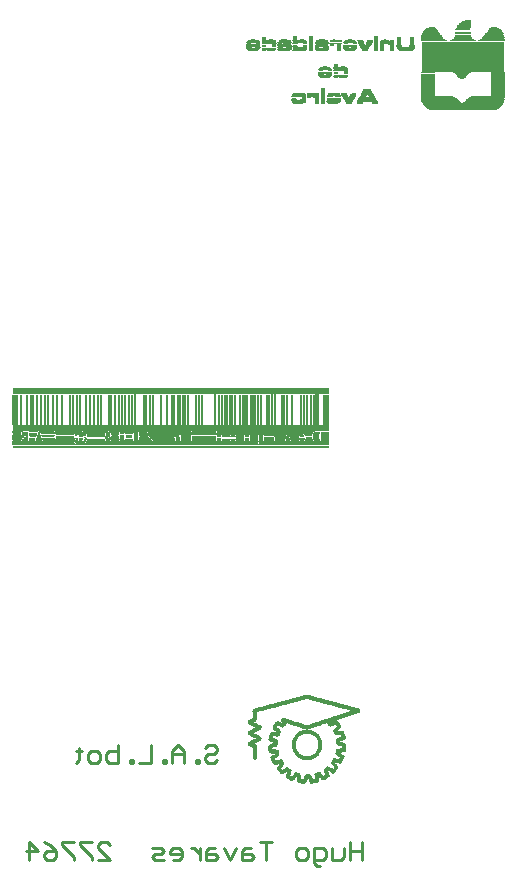
<source format=gbo>
%FSAX44Y44*%
%MOMM*%
G71*
G01*
G75*
G04 Layer_Color=32896*
%ADD10C,0.2540*%
%ADD11C,1.0000*%
%ADD12R,1.5000X1.5000*%
%ADD13C,1.2000*%
%ADD14C,1.5240*%
%ADD15R,1.5240X1.5240*%
%ADD16R,1.2000X1.2000*%
%ADD17C,1.5000*%
%ADD18P,1.6236X8X112.5*%
%ADD19R,1.5000X1.5000*%
%ADD20C,1.5000*%
%ADD21P,1.5154X8X22.5*%
%ADD22C,1.4000*%
%ADD23C,3.5000*%
%ADD24C,2.5000*%
%ADD25R,2.5000X2.5000*%
%ADD26R,1.2000X1.2000*%
%ADD27R,1.5000X1.5000*%
%ADD28R,1.5240X1.5240*%
%ADD29C,3.1750*%
%ADD30C,1.2700*%
%ADD31C,0.2500*%
%ADD32C,0.2000*%
%ADD33C,0.6000*%
%ADD34R,0.3048X0.0254*%
%ADD35R,0.4318X0.0254*%
%ADD36R,0.6350X0.0254*%
%ADD37R,0.8382X0.0254*%
%ADD38R,1.0668X0.0254*%
%ADD39R,1.1684X0.0254*%
%ADD40R,1.3716X0.0254*%
%ADD41R,1.5748X0.0254*%
%ADD42R,1.7780X0.0254*%
%ADD43R,1.9304X0.0254*%
%ADD44R,2.1590X0.0254*%
%ADD45R,2.3368X0.0254*%
%ADD46R,1.1176X0.0254*%
%ADD47R,1.1938X0.0254*%
%ADD48R,1.1430X0.0254*%
%ADD49R,1.2192X0.0254*%
%ADD50R,1.0922X0.0254*%
%ADD51R,0.9906X0.0254*%
%ADD52R,1.0414X0.0254*%
%ADD53R,0.9144X0.0254*%
%ADD54R,0.7874X0.0254*%
%ADD55R,0.8636X0.0254*%
%ADD56R,0.7366X0.0254*%
%ADD57R,0.6604X0.0254*%
%ADD58R,0.6096X0.0254*%
%ADD59R,0.7620X0.0254*%
%ADD60R,0.5588X0.0254*%
%ADD61R,0.8890X0.0254*%
%ADD62R,0.3556X0.0254*%
%ADD63R,0.9398X0.0254*%
%ADD64R,0.2794X0.0254*%
%ADD65R,0.9652X0.0254*%
%ADD66R,0.0762X0.0254*%
%ADD67R,0.2032X0.0254*%
%ADD68R,0.3302X0.0254*%
%ADD69R,0.4826X0.0254*%
%ADD70R,0.3810X0.0254*%
%ADD71R,0.6858X0.0254*%
%ADD72R,0.0508X0.0254*%
%ADD73R,0.5334X0.0254*%
%ADD74R,0.1778X0.0254*%
%ADD75R,0.8128X0.0254*%
%ADD76R,0.5842X0.0254*%
%ADD77R,0.2540X0.0254*%
%ADD78R,0.4572X0.0254*%
%ADD79R,1.0160X0.0254*%
%ADD80R,0.1524X0.0254*%
%ADD81R,1.8796X0.0254*%
%ADD82R,1.2700X0.0254*%
%ADD83R,0.4064X0.0254*%
%ADD84R,0.5080X0.0254*%
%ADD85R,1.8288X0.0254*%
%ADD86R,1.6510X0.0254*%
%ADD87R,1.5240X0.0254*%
%ADD88R,1.3462X0.0254*%
%ADD89R,0.1016X0.0254*%
%ADD90R,0.7112X0.0254*%
%ADD91R,1.4224X0.0254*%
%ADD92R,1.4986X0.0254*%
%ADD93R,1.6256X0.0254*%
%ADD94R,0.2286X0.0254*%
%ADD95R,0.1270X0.0254*%
%ADD96R,1.4732X0.0254*%
%ADD97R,1.3208X0.0254*%
%ADD98R,1.2446X0.0254*%
%ADD99R,1.9300X1.2040*%
%ADD100R,26.7970X0.2286*%
%ADD101R,5.5880X0.0254*%
%ADD102R,15.1384X0.0254*%
%ADD103R,5.6642X0.0254*%
%ADD104R,5.5118X0.0254*%
%ADD105R,14.9860X0.0254*%
%ADD106R,5.4356X0.0254*%
%ADD107R,14.8082X0.0254*%
%ADD108R,5.5626X0.0254*%
%ADD109R,5.3848X0.0254*%
%ADD110R,14.7574X0.0254*%
%ADD111R,5.3340X0.0254*%
%ADD112R,14.6812X0.0254*%
%ADD113R,5.5118X0.0508*%
%ADD114R,5.3086X0.0254*%
%ADD115R,14.6558X0.0254*%
%ADD116R,5.2578X0.0254*%
%ADD117R,14.6050X0.0254*%
%ADD118R,5.2324X0.0254*%
%ADD119R,14.5796X0.0254*%
%ADD120R,5.4864X0.0762*%
%ADD121R,14.5542X0.0254*%
%ADD122R,5.2070X0.0508*%
%ADD123R,14.5288X0.0254*%
%ADD124R,5.9436X0.0508*%
%ADD125R,6.1976X0.0254*%
%ADD126R,6.9850X0.0254*%
%ADD127R,2.0574X0.0254*%
%ADD128R,2.4638X0.0254*%
%ADD129R,2.2098X0.0254*%
%ADD130R,1.7526X0.0254*%
%ADD131R,2.0320X0.0254*%
%ADD132R,0.6604X0.0508*%
%ADD133R,0.6350X0.0508*%
%ADD134R,0.4572X0.0508*%
%ADD135R,1.7018X0.0254*%
%ADD136R,0.5334X0.0508*%
%ADD137R,0.4064X0.0508*%
%ADD138R,1.7780X0.0508*%
%ADD139R,0.0254X0.0254*%
%ADD140R,0.4826X0.0508*%
%ADD141R,1.7272X0.0508*%
%ADD142R,0.7112X0.0508*%
%ADD143R,1.6764X0.0254*%
%ADD144R,1.6002X0.0508*%
%ADD145R,0.7620X0.0508*%
%ADD146R,0.6858X0.0508*%
%ADD147R,0.9144X0.0508*%
%ADD148R,0.4318X0.0762*%
%ADD149R,0.9652X0.0508*%
%ADD150R,1.1176X0.0508*%
%ADD151R,1.8034X0.0762*%
%ADD152R,0.7366X0.0508*%
%ADD153R,0.2032X0.0508*%
%ADD154R,0.8890X0.0508*%
%ADD155R,0.6096X0.0508*%
%ADD156R,0.5080X0.0508*%
%ADD157R,1.8542X0.0254*%
%ADD158R,0.3556X0.0508*%
%ADD159R,1.5494X0.0254*%
%ADD160R,0.4318X0.0508*%
%ADD161R,0.9906X0.0762*%
%ADD162R,0.2286X0.0508*%
%ADD163R,0.1778X0.0508*%
%ADD164R,1.5240X0.0762*%
%ADD165R,0.6604X0.0762*%
%ADD166R,1.6002X0.0762*%
%ADD167R,1.9050X0.0254*%
%ADD168R,0.3810X0.0762*%
%ADD169R,0.8890X0.1270*%
%ADD170R,0.8128X0.0508*%
%ADD171R,0.2540X0.0508*%
%ADD172R,0.3810X0.0508*%
%ADD173R,0.3556X0.1016*%
%ADD174R,0.6350X0.1016*%
%ADD175R,0.8636X0.1016*%
%ADD176R,1.5748X0.0508*%
%ADD177R,1.0922X0.0762*%
%ADD178R,1.9558X0.0254*%
%ADD179R,1.3970X0.0254*%
%ADD180R,0.2794X0.0508*%
%ADD181R,1.4986X0.1016*%
%ADD182R,0.6096X0.1016*%
%ADD183R,2.0066X0.0254*%
%ADD184R,1.0922X0.1016*%
%ADD185R,0.5334X0.1016*%
%ADD186R,0.2032X0.1270*%
%ADD187R,1.0414X0.1270*%
%ADD188R,0.4064X0.1016*%
%ADD189R,0.5588X0.1270*%
%ADD190R,2.0828X0.0254*%
%ADD191R,0.8382X0.1270*%
%ADD192R,0.3556X0.0762*%
%ADD193R,1.0668X0.0508*%
%ADD194R,0.2794X0.1016*%
%ADD195R,1.4732X0.1016*%
%ADD196R,2.1082X0.0254*%
%ADD197R,0.4064X0.2286*%
%ADD198R,0.5842X0.1016*%
%ADD199R,0.3556X0.4318*%
%ADD200R,0.4318X0.1778*%
%ADD201R,0.5588X0.0508*%
%ADD202R,2.1336X0.0254*%
%ADD203R,0.6350X0.0762*%
%ADD204R,1.2954X0.0254*%
%ADD205R,0.4064X0.0762*%
%ADD206R,0.5080X0.1270*%
%ADD207R,0.3048X0.0508*%
%ADD208R,1.0922X0.0508*%
%ADD209R,0.2032X0.1016*%
%ADD210R,0.5842X0.0508*%
%ADD211R,1.4986X0.0762*%
%ADD212R,0.3302X0.0508*%
%ADD213R,0.3302X0.0762*%
%ADD214R,1.3208X0.0508*%
%ADD215R,0.2540X0.1016*%
%ADD216R,2.2352X0.0254*%
%ADD217R,0.5334X0.0762*%
%ADD218R,0.5842X0.1524*%
%ADD219R,0.6096X0.2032*%
%ADD220R,2.2606X0.0254*%
%ADD221R,0.6858X0.0762*%
%ADD222R,1.5494X0.2286*%
%ADD223R,2.2860X0.0254*%
%ADD224R,0.9398X0.0508*%
%ADD225R,0.4064X0.3048*%
%ADD226R,2.3114X0.0254*%
%ADD227R,2.0574X0.5842*%
%ADD228R,1.1430X0.1016*%
%ADD229R,0.8636X0.6350*%
%ADD230R,0.6604X0.6350*%
%ADD231R,0.1524X0.0508*%
%ADD232R,1.5748X0.0762*%
%ADD233R,1.6002X0.0254*%
%ADD234R,0.6096X0.0762*%
%ADD235R,2.4384X0.0254*%
%ADD236R,3.2258X0.0254*%
%ADD237R,1.1684X0.0508*%
%ADD238R,0.4064X0.1524*%
%ADD239R,5.3594X0.0254*%
%ADD240R,0.5588X0.1524*%
%ADD241R,8.0518X0.0508*%
%ADD242R,0.7112X0.1270*%
%ADD243R,1.1938X0.0508*%
%ADD244R,5.3340X0.0508*%
%ADD245R,0.5080X0.1778*%
%ADD246R,8.0772X0.0508*%
%ADD247R,0.1016X0.0762*%
%ADD248R,1.6510X0.0508*%
%ADD249R,8.1026X0.0254*%
%ADD250R,0.7366X0.0762*%
%ADD251R,8.1280X0.0254*%
%ADD252R,0.7112X0.1016*%
%ADD253R,0.0508X0.0508*%
%ADD254R,1.2192X0.0508*%
%ADD255R,1.7272X0.0254*%
%ADD256R,8.1534X0.0254*%
%ADD257R,3.2766X0.0254*%
%ADD258R,1.2446X0.0508*%
%ADD259R,3.3274X0.0254*%
%ADD260R,2.0320X0.0508*%
%ADD261R,3.3782X0.0254*%
%ADD262R,4.8514X0.0762*%
%ADD263R,3.4036X0.0254*%
%ADD264R,0.7112X0.9144*%
%ADD265R,26.7970X0.5588*%
%ADD266R,0.1016X0.0508*%
%ADD267R,0.3556X2.5654*%
%ADD268R,0.2032X2.5654*%
%ADD269R,0.1270X2.5654*%
%ADD270R,0.2794X2.5654*%
%ADD271R,0.1270X2.5146*%
%ADD272R,0.3810X2.5654*%
%ADD273R,0.2032X2.5146*%
%ADD274R,0.3810X2.5146*%
%ADD275R,0.4826X2.5908*%
%ADD276R,0.1270X2.5908*%
%ADD277R,0.1016X2.5908*%
%ADD278R,0.2794X2.5908*%
%ADD279R,0.2540X2.5908*%
%ADD280R,0.2032X2.5908*%
%ADD281R,0.1778X2.5908*%
%ADD282R,0.2286X2.5908*%
%ADD283R,0.3556X2.5908*%
%ADD284R,0.3810X2.5908*%
%ADD285R,26.7970X0.5080*%
%ADD286R,5.7404X0.0254*%
%ADD287R,5.8420X0.0254*%
%ADD288R,5.9436X0.0254*%
%ADD289R,6.0198X0.0254*%
%ADD290R,6.1214X0.0254*%
%ADD291R,6.1722X0.0254*%
%ADD292R,6.2484X0.0254*%
%ADD293R,6.2992X0.0254*%
%ADD294R,6.3754X0.0254*%
%ADD295R,6.4262X0.0254*%
%ADD296R,6.4770X0.0254*%
%ADD297R,6.5024X0.0254*%
%ADD298R,6.5532X0.0254*%
%ADD299R,6.6040X0.0254*%
%ADD300R,6.6548X0.0254*%
%ADD301R,6.6802X0.0254*%
%ADD302R,6.7056X0.0254*%
%ADD303R,6.7564X0.0254*%
%ADD304R,6.7818X0.0254*%
%ADD305R,6.8072X0.0254*%
%ADD306R,6.8326X0.0254*%
%ADD307R,3.3528X0.0254*%
%ADD308R,3.2004X0.0254*%
%ADD309R,3.3020X0.0254*%
%ADD310R,3.1750X0.0254*%
%ADD311R,3.1496X0.0254*%
%ADD312R,3.2766X0.0508*%
%ADD313R,3.1242X0.0254*%
%ADD314R,3.2512X0.0508*%
%ADD315R,3.0988X0.0254*%
%ADD316R,3.0734X0.0254*%
%ADD317R,3.0480X0.0254*%
%ADD318R,0.3810X0.1016*%
%ADD319R,1.4478X0.0254*%
%ADD320R,3.0226X0.0254*%
%ADD321R,2.9972X0.0254*%
%ADD322R,1.3970X0.0508*%
%ADD323R,2.9464X0.0254*%
%ADD324R,0.3810X0.4826*%
%ADD325R,2.9210X0.0254*%
%ADD326R,2.8702X0.0254*%
%ADD327R,2.9718X0.0254*%
%ADD328R,2.8194X0.0254*%
%ADD329R,2.7178X0.0254*%
%ADD330R,1.1684X0.2794*%
%ADD331R,1.0160X0.1524*%
%ADD332R,0.3556X0.8382*%
%ADD333R,0.4318X0.1016*%
%ADD334R,0.4572X0.0762*%
%ADD335R,0.8636X0.0508*%
%ADD336R,0.4318X0.2286*%
%ADD337R,1.1938X0.1778*%
%ADD338R,1.1430X1.9558*%
%ADD339R,1.1430X2.0066*%
%ADD340R,0.3302X0.1270*%
%ADD341R,0.3810X0.2286*%
%ADD342R,1.1684X0.2540*%
%ADD343R,1.1430X0.0508*%
%ADD344R,1.1938X0.1524*%
%ADD345R,0.3810X0.3810*%
%ADD346R,0.3810X0.1270*%
%ADD347R,1.4224X0.0508*%
%ADD348R,1.2192X0.0762*%
%ADD349R,1.1938X0.0762*%
%ADD350R,1.1684X0.0762*%
%ADD351R,1.5240X0.1016*%
%ADD352R,1.2192X0.1016*%
%ADD353R,1.2446X0.1270*%
%ADD354R,1.5494X0.0508*%
%ADD355R,0.7874X0.0508*%
%ADD356R,0.4064X0.4064*%
%ADD357R,0.3810X0.5080*%
%ADD358R,0.3556X0.1524*%
%ADD359R,0.3810X0.5334*%
%ADD360R,0.3556X0.2286*%
%ADD361R,0.4318X0.1270*%
%ADD362R,1.0414X0.0762*%
%ADD363R,1.2446X0.1016*%
%ADD364R,1.0160X0.1016*%
%ADD365R,0.9906X0.0508*%
%ADD366R,7.0612X2.6416*%
%ADD367R,0.3810X0.6858*%
%ADD368R,2.1844X0.0254*%
%ADD369R,0.3810X0.8636*%
%ADD370R,1.9812X0.0254*%
%ADD371R,1.9304X0.0508*%
%ADD372R,1.8796X0.0508*%
%ADD373R,1.8034X0.0254*%
%ADD374R,1.8288X0.0508*%
%ADD375R,0.4318X0.3302*%
%ADD376R,0.4318X0.2032*%
%ADD377R,0.4064X0.2032*%
%ADD378R,0.4318X0.7366*%
%ADD379R,0.4064X0.7874*%
%ADD380R,1.3716X0.1524*%
%ADD381R,1.4478X0.0508*%
%ADD382R,1.3462X0.2032*%
%ADD383R,1.3208X0.1016*%
%ADD384R,1.2954X0.1016*%
%ADD385R,1.2700X0.0508*%
%ADD386R,1.0414X0.0508*%
G54D10*
X01005651Y00807500D02*
Y00822735D01*
X01013269Y00815117D01*
X01003112D01*
X01018347Y00812578D02*
X01020886Y00815117D01*
X01028504D01*
Y00810039D01*
X01025965Y00807500D01*
X01020886D01*
X01018347Y00810039D01*
Y00812578D01*
Y00822735D02*
X01023425Y00820196D01*
X01028504Y00815117D01*
X01033582Y00820196D02*
X01043739Y00810039D01*
Y00807500D01*
Y00822735D02*
X01033582D01*
Y00820196D01*
X01048817D02*
X01058974Y00810039D01*
Y00807500D01*
Y00822735D02*
X01048817D01*
Y00820196D01*
X01064052D02*
X01066591Y00822735D01*
X01071670D01*
X01074209Y00820196D01*
X01064052D02*
Y00817657D01*
X01074209Y00807500D01*
X01064052D01*
X01112297D02*
X01109758Y00810039D01*
X01112297Y00812578D01*
X01117375D01*
X01119914Y00815117D01*
X01117375Y00817657D01*
X01109758D01*
X01112297Y00807500D02*
X01119914D01*
X01127532D02*
X01132610D01*
X01135149Y00810039D01*
Y00815117D01*
X01132610Y00817657D01*
X01127532D01*
X01124993Y00815117D01*
Y00812578D01*
X01135149D01*
X01142767Y00817657D02*
X01145306D01*
X01147845Y00815117D01*
X01150384Y00812578D01*
Y00807500D01*
Y00817657D01*
X01158002D02*
X01155463Y00815117D01*
Y00807500D01*
X01163080D01*
X01165619Y00810039D01*
X01163080Y00812578D01*
X01155463D01*
X01158002Y00817657D02*
X01163080D01*
X01170698D02*
X01175776Y00807500D01*
X01180854Y00817657D01*
X01188472D02*
X01185933Y00815117D01*
Y00807500D01*
X01193550D01*
X01196090Y00810039D01*
X01193550Y00812578D01*
X01185933D01*
X01188472Y00817657D02*
X01193550D01*
X01201168Y00822735D02*
X01206246D01*
Y00807500D01*
X01211325Y00822735D02*
X01201168D01*
X01246873Y00804961D02*
Y00817657D01*
X01254491D01*
X01257030Y00815117D01*
Y00810039D01*
X01254491Y00807500D01*
X01246873D01*
X01239256D02*
X01234177D01*
X01231638Y00810039D01*
Y00815117D01*
X01234177Y00817657D01*
X01239256D01*
X01241795Y00815117D01*
Y00810039D01*
X01239256Y00807500D01*
X01246873Y00804961D02*
X01249412Y00802422D01*
X01251952D01*
X01262108Y00807500D02*
Y00817657D01*
X01272265D02*
Y00810039D01*
X01269726Y00807500D01*
X01262108D01*
X01277343D02*
Y00822735D01*
Y00815117D01*
X01287500D01*
Y00807500D01*
Y00822735D01*
X01165000Y00902696D02*
Y00900157D01*
X01162461Y00897617D01*
X01157383D01*
X01154843Y00895078D01*
Y00892539D01*
X01157383Y00890000D01*
X01162461D01*
X01165000Y00892539D01*
Y00902696D02*
X01162461Y00905235D01*
X01157383D01*
X01154843Y00902696D01*
X01131991Y00905235D02*
X01126912Y00900157D01*
Y00890000D01*
Y00897617D01*
X01137069D01*
Y00900157D02*
X01131991Y00905235D01*
X01137069Y00900157D02*
Y00890000D01*
X01147226D02*
X01149765D01*
Y00892539D01*
X01147226D01*
Y00890000D01*
X01109138Y00905235D02*
Y00890000D01*
X01098981D01*
X01119295D02*
X01121834D01*
Y00892539D01*
X01119295D01*
Y00890000D01*
X01081207Y00905235D02*
Y00890000D01*
X01073590D01*
X01071050Y00892539D01*
Y00895078D01*
Y00897617D01*
X01073590Y00900157D01*
X01081207D01*
X01091364Y00892539D02*
Y00890000D01*
X01093903D01*
Y00892539D01*
X01091364D01*
X01065972D02*
X01063433Y00890000D01*
X01058354D01*
X01055815Y00892539D01*
Y00897617D01*
X01058354Y00900157D01*
X01063433D01*
X01065972Y00897617D01*
Y00892539D01*
X01048198Y00902696D02*
Y00900157D01*
X01050737D01*
X01045659D01*
X01048198D01*
Y00892539D01*
X01045659Y00890000D01*
G54D34*
X01048710Y01159525D02*
D03*
X01072840Y01166129D02*
D03*
X01084524Y01162827D02*
D03*
X01096208D02*
D03*
X01096462Y01169177D02*
D03*
X01166820Y01166637D02*
D03*
X01178250Y01166891D02*
D03*
Y01162573D02*
D03*
X01190188Y01166637D02*
D03*
X01202126Y01160033D02*
D03*
X01225240Y01162573D02*
D03*
X01225494Y01166637D02*
D03*
X01237178Y01166891D02*
D03*
Y01162573D02*
D03*
X01202126Y01162827D02*
D03*
Y01166891D02*
D03*
X01049472Y01166637D02*
D03*
X01049980Y01163081D02*
D03*
X01003244Y01165113D02*
D03*
X01241016Y00946783D02*
D03*
X01241270Y00918335D02*
D03*
X01230856Y00909191D02*
D03*
X01230602Y00908683D02*
D03*
Y00908429D02*
D03*
X01230348Y00908175D02*
D03*
Y00907921D02*
D03*
Y00907667D02*
D03*
Y00907413D02*
D03*
X01230094Y00906651D02*
D03*
Y00906397D02*
D03*
Y00906143D02*
D03*
X01229840Y00905381D02*
D03*
Y00905127D02*
D03*
Y00904873D02*
D03*
Y00904619D02*
D03*
X01230094Y00904111D02*
D03*
Y00903857D02*
D03*
Y00903603D02*
D03*
Y00903349D02*
D03*
Y00903095D02*
D03*
Y00902841D02*
D03*
Y00902587D02*
D03*
X01252192D02*
D03*
Y00902333D02*
D03*
X01252446Y00903603D02*
D03*
Y00903857D02*
D03*
Y00904111D02*
D03*
Y00904365D02*
D03*
Y00904619D02*
D03*
Y00904873D02*
D03*
Y00905127D02*
D03*
Y00905381D02*
D03*
Y00905635D02*
D03*
Y00905889D02*
D03*
Y00906143D02*
D03*
X01252192Y00906651D02*
D03*
Y00906905D02*
D03*
Y00907159D02*
D03*
Y00907413D02*
D03*
X01251938Y00907921D02*
D03*
Y00908175D02*
D03*
Y00908429D02*
D03*
X01251684Y00908937D02*
D03*
X01252192Y00902079D02*
D03*
X01251938Y00901825D02*
D03*
Y00901571D02*
D03*
Y00901317D02*
D03*
Y00901063D02*
D03*
X01251684Y00900809D02*
D03*
X01250922Y00881251D02*
D03*
X01249144Y00878457D02*
D03*
X01243810Y00876679D02*
D03*
Y00876425D02*
D03*
X01244064Y00876171D02*
D03*
Y00875917D02*
D03*
Y00875663D02*
D03*
X01239746D02*
D03*
Y00875409D02*
D03*
X01240000Y00876171D02*
D03*
Y00876425D02*
D03*
Y00876679D02*
D03*
X01234412D02*
D03*
Y00876933D02*
D03*
Y00877187D02*
D03*
Y00877441D02*
D03*
Y00877695D02*
D03*
Y00877949D02*
D03*
Y00876425D02*
D03*
Y00876171D02*
D03*
Y00875917D02*
D03*
Y00875663D02*
D03*
X01228570Y00875155D02*
D03*
X01225014Y00878711D02*
D03*
X01225268Y00879219D02*
D03*
Y00879727D02*
D03*
X01225522Y00879981D02*
D03*
Y00880235D02*
D03*
X01225776Y00880997D02*
D03*
X01226030Y00881759D02*
D03*
X01230602Y00901063D02*
D03*
Y00901317D02*
D03*
X01230348Y00901571D02*
D03*
Y00902079D02*
D03*
X01266924Y00898269D02*
D03*
X01270480Y00893697D02*
D03*
Y00893443D02*
D03*
X01257018Y00882775D02*
D03*
X01257272Y00882267D02*
D03*
X01257526Y00881759D02*
D03*
X01257780Y00880997D02*
D03*
Y00880743D02*
D03*
X01258034Y00880489D02*
D03*
Y00880235D02*
D03*
X01267432Y00907667D02*
D03*
X01272004Y00911731D02*
D03*
Y00911985D02*
D03*
X01271750Y00912239D02*
D03*
Y00912493D02*
D03*
Y00912747D02*
D03*
Y00913001D02*
D03*
X01271496Y00913255D02*
D03*
Y00913509D02*
D03*
X01221966Y00923161D02*
D03*
Y00923415D02*
D03*
X01221204Y00926971D02*
D03*
X01196566D02*
D03*
Y00902841D02*
D03*
X01210536Y00910461D02*
D03*
Y00910715D02*
D03*
Y00910969D02*
D03*
Y00911223D02*
D03*
X01210790Y00911731D02*
D03*
Y00911985D02*
D03*
Y00912239D02*
D03*
X01214854Y00906651D02*
D03*
Y00906397D02*
D03*
Y00906143D02*
D03*
X01215870Y00897507D02*
D03*
Y00897253D02*
D03*
X01220188Y00880743D02*
D03*
G54D35*
X01108019Y01168161D02*
D03*
X01249497Y01169431D02*
D03*
X01241143Y00946529D02*
D03*
Y00918589D02*
D03*
X01248763Y00913001D02*
D03*
X01249017Y00912747D02*
D03*
X01233523D02*
D03*
X01233269Y00896999D02*
D03*
X01233523Y00896745D02*
D03*
X01233777Y00896491D02*
D03*
X01249017Y00896745D02*
D03*
X01228189Y00875663D02*
D03*
X01257907Y00878711D02*
D03*
X01270353Y00894967D02*
D03*
X01271877Y00904111D02*
D03*
X01261717Y00921637D02*
D03*
X01221585Y00926717D02*
D03*
X01214473Y00918589D02*
D03*
X01214727Y00918335D02*
D03*
X01214981Y00918081D02*
D03*
X01215489Y00917573D02*
D03*
X01215743Y00917319D02*
D03*
X01215997Y00917065D02*
D03*
X01193391Y00914779D02*
D03*
X01195931Y00926209D02*
D03*
X01197455Y00933067D02*
D03*
X01212695Y00893951D02*
D03*
X01215235Y00896237D02*
D03*
X01218029Y00891665D02*
D03*
X01214727Y00888871D02*
D03*
X01274215Y01451856D02*
D03*
X01273961Y01452110D02*
D03*
X01273707Y01452872D02*
D03*
X01273453Y01453380D02*
D03*
X01272945Y01454650D02*
D03*
X01272437Y01455412D02*
D03*
X01272183Y01455920D02*
D03*
X01280057Y01454904D02*
D03*
X01279549Y01453888D02*
D03*
X01279295Y01453126D02*
D03*
X01279041Y01452618D02*
D03*
X01271167Y01469636D02*
D03*
X01265833Y01475478D02*
D03*
X01293011Y01497320D02*
D03*
X01293519Y01498590D02*
D03*
X01294789Y01501130D02*
D03*
X01312569Y01498082D02*
D03*
X01318919Y01496812D02*
D03*
X01288185Y01496558D02*
D03*
X01286915Y01499352D02*
D03*
X01286661Y01499860D02*
D03*
X01286153Y01501130D02*
D03*
X01263801Y01501384D02*
D03*
X01262277Y01498336D02*
D03*
X01252879Y01472176D02*
D03*
X01237893Y01450840D02*
D03*
X01229765Y01453380D02*
D03*
X01230019Y01453634D02*
D03*
X01223415Y01492494D02*
D03*
X01221637Y01501638D02*
D03*
X01213001Y01498336D02*
D03*
X01205127D02*
D03*
G54D36*
X01078301Y01165621D02*
D03*
X01078809Y01168161D02*
D03*
X01049091Y01169177D02*
D03*
X01230955Y01165621D02*
D03*
X01242131Y01167399D02*
D03*
X01241143Y00946275D02*
D03*
X01246477Y00914271D02*
D03*
Y00895221D02*
D03*
X01250795Y00879473D02*
D03*
X01241905Y00877695D02*
D03*
Y00877441D02*
D03*
Y00877187D02*
D03*
X01232761Y00879219D02*
D03*
X01270861Y00904619D02*
D03*
X01269337Y00906397D02*
D03*
Y00909191D02*
D03*
X01269591Y00909445D02*
D03*
X01269845Y00909699D02*
D03*
X01270099Y00909953D02*
D03*
X01198725Y00908937D02*
D03*
X01198217Y00908683D02*
D03*
X01197709Y00908429D02*
D03*
X01196439Y00907667D02*
D03*
X01195931Y00907413D02*
D03*
X01194915Y00906905D02*
D03*
Y00913509D02*
D03*
X01195931Y00913001D02*
D03*
X01195677Y00916557D02*
D03*
X01196185Y00916811D02*
D03*
X01196693Y00917065D02*
D03*
X01197201Y00917319D02*
D03*
X01197709Y00917573D02*
D03*
X01198725Y00918081D02*
D03*
X01199233Y00920367D02*
D03*
X01195169Y00916303D02*
D03*
X01198725Y00911477D02*
D03*
X01276247Y01449570D02*
D03*
X01263547Y01456682D02*
D03*
X01307235Y01500876D02*
D03*
X01210461Y01492748D02*
D03*
G54D37*
X01078809Y01161811D02*
D03*
X01048837Y01160795D02*
D03*
X00995751Y01164351D02*
D03*
X01213965Y00914271D02*
D03*
Y00914017D02*
D03*
X01213711Y00913509D02*
D03*
X01212949Y00899285D02*
D03*
X01227681Y00877441D02*
D03*
X01237079Y00875155D02*
D03*
X01246731D02*
D03*
X01255621Y00877949D02*
D03*
X01269845Y00900047D02*
D03*
X01268575Y00914271D02*
D03*
X01241143Y00946021D02*
D03*
Y00916811D02*
D03*
X01242893Y01161811D02*
D03*
X01231463Y01167653D02*
D03*
X01292249Y01457444D02*
D03*
X01346097Y01510782D02*
D03*
X01290471Y01496304D02*
D03*
X01277263Y01493002D02*
D03*
X01276247Y01451602D02*
D03*
X01253641Y01501384D02*
D03*
X01399691Y01510782D02*
D03*
G54D38*
X01090366Y01161303D02*
D03*
X01201138Y00934845D02*
D03*
X01225268Y00924431D02*
D03*
X01256002Y00924177D02*
D03*
X01241270Y00893189D02*
D03*
X01260828Y00883283D02*
D03*
X01280132Y00934845D02*
D03*
X01241016Y00945767D02*
D03*
X01263420Y01449062D02*
D03*
X01263674Y01455412D02*
D03*
X01253514Y01493510D02*
D03*
X01253006Y01496558D02*
D03*
X01253260Y01496812D02*
D03*
X01253768Y01497828D02*
D03*
X01253514Y01500368D02*
D03*
X01256308Y01477256D02*
D03*
X01233956Y01455666D02*
D03*
Y01448554D02*
D03*
X01221510Y01492748D02*
D03*
Y01498082D02*
D03*
X01222018Y01500368D02*
D03*
X01195856Y01500114D02*
D03*
X01372386Y01472938D02*
D03*
X01374418Y01514084D02*
D03*
G54D39*
X01202662Y00935353D02*
D03*
X01208504Y00936877D02*
D03*
X01216124Y00938909D02*
D03*
X01216886Y00939163D02*
D03*
X01219934Y00939925D02*
D03*
X01223744Y00940941D02*
D03*
X01227554Y00941957D02*
D03*
X01231364Y00942973D02*
D03*
X01241016Y00945513D02*
D03*
X01250668Y00942973D02*
D03*
X01254478Y00941957D02*
D03*
X01255240Y00941703D02*
D03*
X01256510Y00941449D02*
D03*
X01258288Y00940941D02*
D03*
X01259050Y00940687D02*
D03*
X01260320Y00940433D02*
D03*
X01262098Y00939925D02*
D03*
X01262860Y00939671D02*
D03*
X01266670Y00938655D02*
D03*
X01267940Y00938401D02*
D03*
X01268702Y00938147D02*
D03*
X01270480Y00937639D02*
D03*
X01274290Y00936623D02*
D03*
X01278100Y00935607D02*
D03*
X01241270Y00893443D02*
D03*
X01233956Y01449316D02*
D03*
Y01454904D02*
D03*
X01234718Y01493256D02*
D03*
Y01500622D02*
D03*
X01195602Y01494780D02*
D03*
X01345970Y01509004D02*
D03*
X01402358Y01474208D02*
D03*
Y01453888D02*
D03*
G54D40*
X01241270Y00915541D02*
D03*
X01241016Y00945259D02*
D03*
X01399818Y01507734D02*
D03*
X01345970D02*
D03*
X01324634Y01493510D02*
D03*
G54D41*
X01036010Y01164859D02*
D03*
X01062680Y01162827D02*
D03*
X01062172Y01167653D02*
D03*
X01241016Y00945005D02*
D03*
X01241270Y00914779D02*
D03*
X01292122Y01450586D02*
D03*
X01346224Y01506210D02*
D03*
X01372894Y01502908D02*
D03*
G54D42*
X01037026Y01161811D02*
D03*
X01061664Y01169431D02*
D03*
X01240762Y00944751D02*
D03*
X01399056Y01504178D02*
D03*
G54D43*
X01119068Y01164097D02*
D03*
X01241016Y00944497D02*
D03*
X01347240Y01502654D02*
D03*
G54D44*
X01117925Y01166129D02*
D03*
X01241143Y00944243D02*
D03*
G54D45*
X01117798Y01167653D02*
D03*
X01241016Y00943989D02*
D03*
G54D46*
X01174948Y01163589D02*
D03*
X01076396D02*
D03*
X01076142Y01164605D02*
D03*
X01201646Y00935099D02*
D03*
X01247874Y00943735D02*
D03*
X01249906Y00943227D02*
D03*
X01263876Y00939417D02*
D03*
X01264892Y00939163D02*
D03*
X01265908Y00938909D02*
D03*
X01271496Y00937385D02*
D03*
X01279116Y00935353D02*
D03*
X01222474Y00882775D02*
D03*
X01263420Y01449570D02*
D03*
X01263674Y01454650D02*
D03*
X01269262Y01478018D02*
D03*
X01309140Y01500368D02*
D03*
X01345970Y01509258D02*
D03*
X01374164Y01513576D02*
D03*
X01234464Y01501130D02*
D03*
X01233956Y01455412D02*
D03*
Y01448808D02*
D03*
X01221764Y01493256D02*
D03*
X01208556D02*
D03*
Y01500876D02*
D03*
X01195602Y01494526D02*
D03*
G54D47*
X01021405Y01169177D02*
D03*
X01219779Y01165367D02*
D03*
X01221077Y00940179D02*
D03*
X01222601Y00940687D02*
D03*
X01212187Y00937893D02*
D03*
X01209647Y00937131D02*
D03*
X01207361Y00936623D02*
D03*
X01206345Y00936369D02*
D03*
X01205329Y00936115D02*
D03*
X01204567Y00935861D02*
D03*
X01226157Y00923923D02*
D03*
X01240889Y00919859D02*
D03*
X01241143Y00916049D02*
D03*
X01260955Y00940179D02*
D03*
X01276957Y00935861D02*
D03*
X01234031Y00943735D02*
D03*
X01232507Y00943227D02*
D03*
X01226411Y00941703D02*
D03*
X01224887Y00941195D02*
D03*
X01234083Y01449570D02*
D03*
X01234845Y01493510D02*
D03*
Y01500368D02*
D03*
X01324507Y01492748D02*
D03*
X01373783Y01512306D02*
D03*
X01402231Y01453634D02*
D03*
X01399945Y01509004D02*
D03*
G54D48*
X01222093Y00883283D02*
D03*
X01222347Y00883029D02*
D03*
X01225649Y00924177D02*
D03*
X01255621Y00923923D02*
D03*
X01257399Y00941195D02*
D03*
X01269591Y00937893D02*
D03*
X01272385Y00937131D02*
D03*
X01273401Y00936877D02*
D03*
X01274925Y00936369D02*
D03*
X01276195Y00936115D02*
D03*
X01252573Y00942465D02*
D03*
X01251557Y00942719D02*
D03*
X01248763Y00943481D02*
D03*
X01233269D02*
D03*
X01230475Y00942719D02*
D03*
X01229459Y00942465D02*
D03*
X01225649Y00941449D02*
D03*
X01221839Y00940433D02*
D03*
X01218029Y00939417D02*
D03*
X01215235Y00938655D02*
D03*
X01214219Y00938401D02*
D03*
X01211425Y00937639D02*
D03*
X01210409Y00937385D02*
D03*
X01263547Y01449824D02*
D03*
X01263801Y01454396D02*
D03*
X01269389Y01470398D02*
D03*
Y01477764D02*
D03*
X01277517Y01499098D02*
D03*
X01234591Y01500876D02*
D03*
Y01493002D02*
D03*
X01234083Y01455158D02*
D03*
Y01449062D02*
D03*
X01221891Y01493510D02*
D03*
Y01497320D02*
D03*
Y01499098D02*
D03*
X01208683Y01500622D02*
D03*
X01195729Y01496050D02*
D03*
X01372259Y01473192D02*
D03*
X01399945Y01509258D02*
D03*
G54D49*
X01021278Y01168923D02*
D03*
X01203678Y00935607D02*
D03*
X01213330Y00938147D02*
D03*
X01218918Y00939671D02*
D03*
X01228570Y00942211D02*
D03*
X01253462D02*
D03*
X01233956Y01449824D02*
D03*
X01343684Y01453634D02*
D03*
X01372386Y01473446D02*
D03*
X01400072Y01508750D02*
D03*
X01345970D02*
D03*
X01324634Y01493002D02*
D03*
G54D50*
X01174821Y01163335D02*
D03*
X01195903Y01167907D02*
D03*
X01219271Y01165113D02*
D03*
X01076523Y01163335D02*
D03*
X01279751Y00935099D02*
D03*
X01241143Y00916303D02*
D03*
X01261209Y00884045D02*
D03*
X01260955Y00883791D02*
D03*
Y00883537D02*
D03*
X01222601Y00882521D02*
D03*
X01263547Y01449316D02*
D03*
X01256181Y01471414D02*
D03*
X01277517Y01494272D02*
D03*
Y01499860D02*
D03*
X01309267Y01500622D02*
D03*
X01374291Y01513830D02*
D03*
X01399945Y01509512D02*
D03*
X01253387Y01497066D02*
D03*
X01221637Y01493002D02*
D03*
X01195729Y01494272D02*
D03*
G54D51*
X01103701Y01163589D02*
D03*
X01102177Y01170447D02*
D03*
X01208349Y01161811D02*
D03*
X01219017Y01161557D02*
D03*
X01218763Y01167653D02*
D03*
X01231463Y01167907D02*
D03*
X01281021Y00934591D02*
D03*
X01279497Y00932051D02*
D03*
X01267813Y00928241D02*
D03*
X01263241Y00923415D02*
D03*
X01256891Y00924685D02*
D03*
X01234539Y00921637D02*
D03*
X01231491Y00922653D02*
D03*
X01229713Y00923161D02*
D03*
X01228951Y00923415D02*
D03*
X01218537Y00922399D02*
D03*
X01292249Y01456174D02*
D03*
X01346097Y01510020D02*
D03*
X01374799Y01515100D02*
D03*
X01399945Y01510020D02*
D03*
X01277517Y01493510D02*
D03*
X01254403Y01498336D02*
D03*
X01246275Y01455412D02*
D03*
X01195729Y01500622D02*
D03*
G54D52*
X01172535Y01161303D02*
D03*
X01208095Y01161557D02*
D03*
X01231209Y01161303D02*
D03*
X01103955Y01163081D02*
D03*
X01078809Y01161303D02*
D03*
X01200757Y00934591D02*
D03*
X01224887Y00924685D02*
D03*
X01241143Y00919605D02*
D03*
X01260701Y00883029D02*
D03*
X01263547Y01448808D02*
D03*
X01256435Y01477510D02*
D03*
X01277517Y01500114D02*
D03*
X01254149Y01498082D02*
D03*
X01252879Y01496304D02*
D03*
X01195729Y01500368D02*
D03*
X01399945Y01509766D02*
D03*
G54D53*
X01172662Y01161557D02*
D03*
X01208730Y01167145D02*
D03*
X01218382Y01166637D02*
D03*
X01103574Y01164097D02*
D03*
X01090366Y01161557D02*
D03*
X01078682D02*
D03*
X00996132Y01165113D02*
D03*
X01200122Y00934337D02*
D03*
X01216378Y00890395D02*
D03*
X01216632Y00889887D02*
D03*
X01216886Y00889379D02*
D03*
X01241270Y00892935D02*
D03*
X01266416Y00890649D02*
D03*
X01266162Y00890141D02*
D03*
X01264892Y00927225D02*
D03*
X01262352Y00926463D02*
D03*
X01274798Y00930527D02*
D03*
X01281402Y00934337D02*
D03*
X01249906Y00922399D02*
D03*
X01249398Y00922145D02*
D03*
X01241270Y00919351D02*
D03*
X01263420Y01448300D02*
D03*
X01292122Y01456682D02*
D03*
X01277390Y01493256D02*
D03*
X01277644Y01500876D02*
D03*
X01263674Y01456174D02*
D03*
X01253514Y01492748D02*
D03*
X01256308Y01470398D02*
D03*
X01222018Y01501130D02*
D03*
X01195856Y01500876D02*
D03*
X01195602Y01493256D02*
D03*
X01372386Y01471922D02*
D03*
X01399818Y01510528D02*
D03*
X01375180Y01515608D02*
D03*
G54D54*
X01183457Y01161557D02*
D03*
X01231209Y01161811D02*
D03*
X01103193Y01165113D02*
D03*
X01101923Y01169939D02*
D03*
X01090493Y01169685D02*
D03*
X01048837Y01160541D02*
D03*
X00995497Y01163589D02*
D03*
Y01166383D02*
D03*
Y01169939D02*
D03*
X01214473Y00915033D02*
D03*
X01213457Y00912747D02*
D03*
X01213203Y00912493D02*
D03*
X01212695Y00900047D02*
D03*
X01213203Y00898523D02*
D03*
X01227681Y00877187D02*
D03*
X01236825Y00873885D02*
D03*
X01246985Y00874139D02*
D03*
Y00874393D02*
D03*
X01269591Y00899539D02*
D03*
X01270099Y00900809D02*
D03*
X01282037Y00934083D02*
D03*
X01292249Y01457952D02*
D03*
X01346351Y01511036D02*
D03*
X01375815Y01516624D02*
D03*
X01399691Y01511036D02*
D03*
G54D55*
X01103320Y01164605D02*
D03*
X01102050Y01170193D02*
D03*
X01090366D02*
D03*
Y01161811D02*
D03*
X01078682Y01170193D02*
D03*
X00995878Y01164605D02*
D03*
X01199614Y00934083D02*
D03*
X01227808Y00877695D02*
D03*
X01266924Y00891665D02*
D03*
Y00891919D02*
D03*
X01267178Y00892173D02*
D03*
X01268448Y00914525D02*
D03*
Y00914779D02*
D03*
X01268194Y00915033D02*
D03*
Y00915287D02*
D03*
X01267940Y00915795D02*
D03*
X01267686Y00916049D02*
D03*
X01281656Y00933067D02*
D03*
X01372386Y01471668D02*
D03*
X01375434Y01516116D02*
D03*
X01277644Y01501130D02*
D03*
X01256308Y01470144D02*
D03*
X01233956Y01456428D02*
D03*
X01195602Y01493002D02*
D03*
G54D56*
X01172535Y01167145D02*
D03*
X01184219Y01167399D02*
D03*
X01230447Y01164859D02*
D03*
X01231209Y01162065D02*
D03*
X01241623Y01167907D02*
D03*
X01102939Y01165621D02*
D03*
X01101923Y01169685D02*
D03*
X01101415Y01161811D02*
D03*
X01090493Y01169431D02*
D03*
X01078809D02*
D03*
Y01162319D02*
D03*
X01048837Y01160287D02*
D03*
X01198979Y00933829D02*
D03*
X01223109Y00925701D02*
D03*
X01214727Y00915287D02*
D03*
X01213457Y00898015D02*
D03*
X01227681Y00876933D02*
D03*
X01246985Y00873631D02*
D03*
X01251303Y00878711D02*
D03*
X01269337Y00899285D02*
D03*
X01270353Y00901063D02*
D03*
Y00905127D02*
D03*
X01270099Y00905381D02*
D03*
X01269845Y00905889D02*
D03*
X01282291Y00933829D02*
D03*
X01292249Y01458460D02*
D03*
X01324507Y01492494D02*
D03*
X01346351Y01511290D02*
D03*
X01376069Y01516878D02*
D03*
X01290471Y01495288D02*
D03*
X01276501Y01450586D02*
D03*
G54D57*
X01048710Y01160033D02*
D03*
X01078682Y01163081D02*
D03*
X01078174Y01165367D02*
D03*
X01102558Y01166383D02*
D03*
X01101796Y01162319D02*
D03*
X01172662Y01166637D02*
D03*
X01184092D02*
D03*
X01230828Y01165367D02*
D03*
X01242004Y01167653D02*
D03*
X01242766Y01162573D02*
D03*
X01009340Y01168161D02*
D03*
X01195042Y00922653D02*
D03*
X01195296Y00922399D02*
D03*
X01195804Y00922145D02*
D03*
X01196312Y00921891D02*
D03*
X01196820Y00921637D02*
D03*
X01197328Y00921383D02*
D03*
X01197836Y00921129D02*
D03*
X01198344Y00920875D02*
D03*
X01198852Y00920621D02*
D03*
X01196820Y00912493D02*
D03*
X01196312Y00912747D02*
D03*
X01195296Y00913255D02*
D03*
Y00907159D02*
D03*
X01196820Y00907921D02*
D03*
X01197328Y00908175D02*
D03*
X01212060Y00909191D02*
D03*
X01213076Y00908175D02*
D03*
Y00905127D02*
D03*
X01220696Y00882267D02*
D03*
X01224252Y00883791D02*
D03*
X01227808Y00876425D02*
D03*
X01232634Y00878965D02*
D03*
X01246604Y00873123D02*
D03*
X01241270Y00892427D02*
D03*
X01270734Y00901317D02*
D03*
X01282672Y00933575D02*
D03*
X01276374Y01449824D02*
D03*
X01271294Y01469890D02*
D03*
X01236750Y01492748D02*
D03*
X01346478Y01511544D02*
D03*
X01372386Y01470144D02*
D03*
X01399310Y01511544D02*
D03*
X01376450Y01517386D02*
D03*
G54D58*
X01184600Y01164351D02*
D03*
Y01165113D02*
D03*
X01102304Y01167145D02*
D03*
X01102050Y01168161D02*
D03*
X01009086Y01166637D02*
D03*
X01198344Y00933575D02*
D03*
X01194788Y00925193D02*
D03*
X01194534Y00924939D02*
D03*
Y00922907D02*
D03*
X01194788Y00916049D02*
D03*
X01194534Y00915795D02*
D03*
Y00913763D02*
D03*
X01199106Y00911223D02*
D03*
Y00909191D02*
D03*
X01194534Y00906651D02*
D03*
X01194280Y00904873D02*
D03*
X01194534Y00904619D02*
D03*
X01194788Y00904365D02*
D03*
X01195042Y00904111D02*
D03*
X01198090Y00917827D02*
D03*
X01199106Y00918335D02*
D03*
X01199614Y00920113D02*
D03*
X01211806Y00909445D02*
D03*
X01213330Y00907921D02*
D03*
X01211552Y00903349D02*
D03*
X01211806Y00900555D02*
D03*
X01220696Y00882013D02*
D03*
X01237206Y00872869D02*
D03*
X01250668Y00879727D02*
D03*
Y00879981D02*
D03*
X01255494Y00876933D02*
D03*
X01235936Y00895221D02*
D03*
X01259304Y00884553D02*
D03*
X01262606Y00882775D02*
D03*
X01270480Y00910207D02*
D03*
X01235936Y00914271D02*
D03*
X01276374Y01449316D02*
D03*
X01292122Y01459476D02*
D03*
X01307362Y01501130D02*
D03*
X01253260Y01492494D02*
D03*
G54D59*
X01172408Y01162065D02*
D03*
X01172662Y01167399D02*
D03*
X01183838Y01161811D02*
D03*
X01231336Y01167399D02*
D03*
X01242766Y01162065D02*
D03*
X01101288Y01161557D02*
D03*
X01103066Y01165367D02*
D03*
X01078682Y01162065D02*
D03*
Y01169685D02*
D03*
X01048964Y01168669D02*
D03*
X01009848Y01170447D02*
D03*
X00995370Y01169685D02*
D03*
Y01163335D02*
D03*
X01241270Y00919097D02*
D03*
X01236952Y00873631D02*
D03*
X01246858Y00873885D02*
D03*
X01255748Y00877441D02*
D03*
X01269972Y00905635D02*
D03*
X01282164Y00933321D02*
D03*
X01212568Y00900301D02*
D03*
X01213330Y00898269D02*
D03*
X01372386Y01470906D02*
D03*
X01290344Y01495542D02*
D03*
X01292122Y01458206D02*
D03*
X01277390Y01492748D02*
D03*
Y01501384D02*
D03*
X01276374Y01450840D02*
D03*
G54D60*
X01048710Y01159779D02*
D03*
X01048964Y01169431D02*
D03*
X01014166Y01162319D02*
D03*
X01001974Y01161557D02*
D03*
X01242766Y01163589D02*
D03*
X01242258Y01166891D02*
D03*
X01222220Y00926209D02*
D03*
X01219680Y00921129D02*
D03*
X01194026Y00924431D02*
D03*
X01198090Y00933321D02*
D03*
X01199868Y00909699D02*
D03*
X01194026Y00905127D02*
D03*
X01195296Y00903857D02*
D03*
X01215108Y00889125D02*
D03*
X01235428Y00895475D02*
D03*
X01247112D02*
D03*
X01250668Y00880235D02*
D03*
X01255494Y00876679D02*
D03*
X01246350Y00872869D02*
D03*
X01241778Y00878711D02*
D03*
X01268448Y00896491D02*
D03*
X01268702Y00896237D02*
D03*
X01269210Y00895983D02*
D03*
X01268956Y00906651D02*
D03*
Y00908937D02*
D03*
X01241016Y00918843D02*
D03*
X01235174Y00914017D02*
D03*
X01276374Y01448808D02*
D03*
X01292122Y01459984D02*
D03*
X01290344Y01493510D02*
D03*
X01372386Y01469890D02*
D03*
X01376704Y01517640D02*
D03*
G54D61*
X01103447Y01164351D02*
D03*
X01048837Y01161049D02*
D03*
X00996005Y01164859D02*
D03*
Y01165875D02*
D03*
Y01170447D02*
D03*
X01223871Y00925193D02*
D03*
X01215997Y00891157D02*
D03*
Y00890903D02*
D03*
X01216251Y00890649D02*
D03*
X01216505Y00890141D02*
D03*
X01255621Y00878203D02*
D03*
X01266289Y00890395D02*
D03*
X01266543Y00890903D02*
D03*
X01266797Y00891157D02*
D03*
Y00891411D02*
D03*
X01268067Y00915541D02*
D03*
X01281275Y00932813D02*
D03*
X01231209Y01161557D02*
D03*
X01233829Y01448046D02*
D03*
X01195729Y01501130D02*
D03*
X01346097Y01510528D02*
D03*
X01375307Y01515862D02*
D03*
G54D62*
X01072840Y01163081D02*
D03*
Y01166383D02*
D03*
Y01168923D02*
D03*
X01051758Y01167907D02*
D03*
X01002990Y01164605D02*
D03*
X01202126Y01160287D02*
D03*
X01237178Y01166383D02*
D03*
X01249878Y01201943D02*
D03*
X01259610Y01450840D02*
D03*
X01273834Y01472938D02*
D03*
Y01473446D02*
D03*
Y01474970D02*
D03*
X01299234Y01494018D02*
D03*
X01304568Y01492494D02*
D03*
X01299234Y01501130D02*
D03*
Y01502400D02*
D03*
X01277644Y01501638D02*
D03*
X01273580Y01495796D02*
D03*
X01261896Y01497066D02*
D03*
X01244624Y01501384D02*
D03*
Y01492494D02*
D03*
X01231162D02*
D03*
X01226336Y01495542D02*
D03*
X01225828Y01498590D02*
D03*
X01256562Y01478780D02*
D03*
X01252498Y01472938D02*
D03*
X01254530Y01460238D02*
D03*
X01218208Y01492494D02*
D03*
X01199666Y01495796D02*
D03*
X01197074Y00932813D02*
D03*
X01214600Y00921129D02*
D03*
X01214346Y00920875D02*
D03*
X01214092Y00920621D02*
D03*
Y00920367D02*
D03*
X01213838Y00920113D02*
D03*
Y00919859D02*
D03*
Y00919605D02*
D03*
Y00919351D02*
D03*
X01216886Y00916049D02*
D03*
X01220188Y00920621D02*
D03*
X01214600Y00906905D02*
D03*
X01215616Y00896745D02*
D03*
X01212314Y00893443D02*
D03*
X01219934Y00888871D02*
D03*
Y00888617D02*
D03*
X01219680Y00888109D02*
D03*
X01219426Y00887855D02*
D03*
X01219172Y00887601D02*
D03*
X01218918Y00887347D02*
D03*
X01218664Y00886839D02*
D03*
X01218410Y00886585D02*
D03*
X01217648Y00885569D02*
D03*
Y00885315D02*
D03*
X01217394Y00885061D02*
D03*
Y00884553D02*
D03*
X01224252Y00884807D02*
D03*
X01225268Y00878457D02*
D03*
X01230348Y00877949D02*
D03*
X01228316Y00875409D02*
D03*
X01234666D02*
D03*
X01245588Y00872615D02*
D03*
X01248890Y00875663D02*
D03*
X01249906Y00897761D02*
D03*
X01250160Y00898015D02*
D03*
X01250414Y00898269D02*
D03*
X01250668Y00898777D02*
D03*
X01250922Y00899285D02*
D03*
X01251430Y00900047D02*
D03*
X01231110Y00899793D02*
D03*
X01231618Y00899031D02*
D03*
X01231872Y00898523D02*
D03*
X01232126Y00898269D02*
D03*
X01263368Y00889125D02*
D03*
X01265908Y00886077D02*
D03*
Y00885569D02*
D03*
X01265654Y00885061D02*
D03*
X01270734Y00894459D02*
D03*
X01267686Y00907413D02*
D03*
Y00907921D02*
D03*
X01271750Y00911477D02*
D03*
X01265146Y00916811D02*
D03*
X01268194Y00920367D02*
D03*
Y00920621D02*
D03*
X01267940Y00921129D02*
D03*
X01267686Y00921637D02*
D03*
X01267432Y00921891D02*
D03*
X01267178Y00922145D02*
D03*
X01261590Y00921383D02*
D03*
X01250160Y00911731D02*
D03*
X01250414Y00911223D02*
D03*
X01250668Y00910969D02*
D03*
X01250922Y00910461D02*
D03*
X01231872Y00910969D02*
D03*
X01231618Y00910715D02*
D03*
X01231364Y00910207D02*
D03*
X01232126Y00911477D02*
D03*
X01232380Y00911731D02*
D03*
G54D63*
X01103701Y01163843D02*
D03*
X01208603Y01167399D02*
D03*
X01218509Y01162065D02*
D03*
X00996259Y01165367D02*
D03*
X01218791Y00922907D02*
D03*
X01216759Y00889633D02*
D03*
X01233777Y00921891D02*
D03*
X01246985Y00921383D02*
D03*
X01247493Y00921637D02*
D03*
X01248509Y00921891D02*
D03*
X01253081Y00923415D02*
D03*
X01264003Y00926971D02*
D03*
X01268575Y00928495D02*
D03*
X01272385Y00929765D02*
D03*
X01273147Y00930019D02*
D03*
X01278735Y00931797D02*
D03*
X01280767Y00932559D02*
D03*
X01372259Y01472176D02*
D03*
X01346097Y01510274D02*
D03*
X01375053Y01515354D02*
D03*
X01292249Y01456428D02*
D03*
X01265833Y01500876D02*
D03*
X01253641Y01501130D02*
D03*
X01246529Y01455920D02*
D03*
G54D64*
X01166947Y01162573D02*
D03*
Y01166891D02*
D03*
X01190061D02*
D03*
X01202253Y01159779D02*
D03*
X01225621Y01166891D02*
D03*
X01084397Y01169431D02*
D03*
X01072713D02*
D03*
X01072967Y01162573D02*
D03*
X01052393Y01161557D02*
D03*
X01052139Y01167653D02*
D03*
X01048837Y01169939D02*
D03*
X01014039Y01166383D02*
D03*
X01003371Y01165367D02*
D03*
X01196693Y00932559D02*
D03*
Y00932305D02*
D03*
Y00932051D02*
D03*
Y00931797D02*
D03*
Y00931543D02*
D03*
Y00931289D02*
D03*
Y00931035D02*
D03*
Y00930781D02*
D03*
Y00930527D02*
D03*
Y00930273D02*
D03*
Y00930019D02*
D03*
Y00929765D02*
D03*
Y00929511D02*
D03*
Y00929257D02*
D03*
Y00929003D02*
D03*
Y00928749D02*
D03*
Y00928495D02*
D03*
Y00928241D02*
D03*
Y00927987D02*
D03*
Y00927733D02*
D03*
Y00927479D02*
D03*
Y00927225D02*
D03*
X01216251Y00924177D02*
D03*
X01220315Y00920367D02*
D03*
X01210663Y00911477D02*
D03*
X01210155Y00902333D02*
D03*
X01196693D02*
D03*
Y00902587D02*
D03*
Y00902079D02*
D03*
Y00901825D02*
D03*
Y00901571D02*
D03*
Y00901317D02*
D03*
Y00901063D02*
D03*
Y00900809D02*
D03*
Y00900555D02*
D03*
Y00900301D02*
D03*
Y00900047D02*
D03*
Y00899793D02*
D03*
Y00899539D02*
D03*
Y00899285D02*
D03*
Y00899031D02*
D03*
Y00898777D02*
D03*
Y00898523D02*
D03*
Y00898269D02*
D03*
Y00898015D02*
D03*
Y00897761D02*
D03*
Y00897507D02*
D03*
Y00897253D02*
D03*
Y00896999D02*
D03*
Y00896745D02*
D03*
Y00896491D02*
D03*
Y00896237D02*
D03*
Y00895983D02*
D03*
Y00895729D02*
D03*
Y00895475D02*
D03*
Y00895221D02*
D03*
Y00894967D02*
D03*
Y00894713D02*
D03*
Y00894459D02*
D03*
Y00894205D02*
D03*
Y00893951D02*
D03*
Y00893697D02*
D03*
Y00893443D02*
D03*
Y00893189D02*
D03*
X01210155Y00900809D02*
D03*
Y00901063D02*
D03*
Y00901317D02*
D03*
Y00901571D02*
D03*
Y00901825D02*
D03*
Y00902079D02*
D03*
X01224379Y00885061D02*
D03*
X01232253Y00880997D02*
D03*
X01242159Y00879727D02*
D03*
X01249271Y00878203D02*
D03*
Y00877949D02*
D03*
Y00877695D02*
D03*
Y00877441D02*
D03*
Y00877187D02*
D03*
Y00876933D02*
D03*
Y00876679D02*
D03*
Y00876425D02*
D03*
Y00876171D02*
D03*
Y00875917D02*
D03*
X01254859Y00875663D02*
D03*
X01237841Y00872361D02*
D03*
X01258923Y00885569D02*
D03*
X01272639Y00901825D02*
D03*
Y00902079D02*
D03*
Y00902333D02*
D03*
Y00902587D02*
D03*
Y00902841D02*
D03*
Y00903095D02*
D03*
Y00903349D02*
D03*
Y00903603D02*
D03*
X01261463Y00921129D02*
D03*
X01252065Y00907667D02*
D03*
X01252319Y00906397D02*
D03*
Y00903349D02*
D03*
Y00903095D02*
D03*
Y00902841D02*
D03*
X01229967Y00905889D02*
D03*
X01230221Y00907159D02*
D03*
X01271167Y01478780D02*
D03*
X01299361Y01492494D02*
D03*
X01236877Y01501638D02*
D03*
X01254657Y01460492D02*
D03*
X01210461Y01501638D02*
D03*
G54D65*
X01172662Y01167907D02*
D03*
X01184092D02*
D03*
X01208476Y01167653D02*
D03*
Y01162065D02*
D03*
X01218636Y01161811D02*
D03*
Y01164605D02*
D03*
Y01167399D02*
D03*
X01243274Y01161557D02*
D03*
X01090366Y01170447D02*
D03*
X01078682D02*
D03*
X00996386Y01165621D02*
D03*
X01218664Y00922653D02*
D03*
X01218410Y00922145D02*
D03*
X01218156Y00921891D02*
D03*
X01217902Y00921637D02*
D03*
Y00921383D02*
D03*
X01224506Y00924939D02*
D03*
X01230602Y00922907D02*
D03*
X01232126Y00922399D02*
D03*
X01232888Y00922145D02*
D03*
X01235174Y00921383D02*
D03*
X01235936Y00921129D02*
D03*
X01241270Y00916557D02*
D03*
X01246096Y00921129D02*
D03*
X01250668Y00922653D02*
D03*
X01251684Y00922907D02*
D03*
X01252192Y00923161D02*
D03*
X01257780Y00924939D02*
D03*
X01258288Y00925193D02*
D03*
X01259304Y00925447D02*
D03*
X01259812Y00925701D02*
D03*
X01260828Y00925955D02*
D03*
X01261590Y00926209D02*
D03*
X01263114Y00926717D02*
D03*
X01265654Y00927479D02*
D03*
X01266416Y00927733D02*
D03*
X01266924Y00927987D02*
D03*
X01269464Y00928749D02*
D03*
X01270226Y00929003D02*
D03*
X01270734Y00929257D02*
D03*
X01271496Y00929511D02*
D03*
X01274036Y00930273D02*
D03*
X01275560Y00930781D02*
D03*
X01276576Y00931035D02*
D03*
X01277084Y00931289D02*
D03*
X01277846Y00931543D02*
D03*
X01280132Y00932305D02*
D03*
X01263420Y01448554D02*
D03*
X01263674Y01455920D02*
D03*
X01277644Y01500622D02*
D03*
X01252498Y01496050D02*
D03*
X01253514Y01493002D02*
D03*
X01256562Y01477764D02*
D03*
X01246402Y01455666D02*
D03*
X01233956Y01456174D02*
D03*
X01222018Y01500876D02*
D03*
X01372386Y01472430D02*
D03*
X01399818Y01510274D02*
D03*
G54D66*
X01165169Y01161811D02*
D03*
Y01167653D02*
D03*
X01200475Y01161811D02*
D03*
X01132911Y01167653D02*
D03*
X01072713Y01165367D02*
D03*
X01070935D02*
D03*
X01072713Y01169939D02*
D03*
X01047567Y01167399D02*
D03*
X01220823Y00927479D02*
D03*
X01220569Y00919859D02*
D03*
X01218791Y00892427D02*
D03*
X01228697Y00874393D02*
D03*
X01264511Y00893189D02*
D03*
X01261209Y00920621D02*
D03*
X01256943Y01492494D02*
D03*
X01192681D02*
D03*
G54D67*
X01166820Y01162319D02*
D03*
X01202126Y01167145D02*
D03*
X01131260D02*
D03*
X01096208Y01169685D02*
D03*
Y01162319D02*
D03*
X01084524D02*
D03*
Y01169685D02*
D03*
X01072840Y01165621D02*
D03*
X01073094Y01162319D02*
D03*
X01053028D02*
D03*
X01046170Y01163081D02*
D03*
X01049472Y01167145D02*
D03*
X01220950Y00927225D02*
D03*
X01220442Y00920113D02*
D03*
X01218664Y00892173D02*
D03*
X01258796Y00885823D02*
D03*
X01261336Y00920875D02*
D03*
X01270480Y00916557D02*
D03*
X01372386Y01469128D02*
D03*
X01398802Y01512560D02*
D03*
X01307362Y01501638D02*
D03*
X01263928D02*
D03*
G54D68*
X01166947Y01162827D02*
D03*
X01178377D02*
D03*
Y01166637D02*
D03*
X01201999D02*
D03*
Y01163081D02*
D03*
X01225367Y01162827D02*
D03*
X01237051D02*
D03*
Y01166637D02*
D03*
X01220795Y01201943D02*
D03*
X01194379D02*
D03*
X01176599D02*
D03*
X01131387Y01161557D02*
D03*
X01096335Y01163081D02*
D03*
X01084397D02*
D03*
Y01168669D02*
D03*
X01072713Y01169177D02*
D03*
X01072967Y01162827D02*
D03*
X01049345Y01166383D02*
D03*
X01008451Y01201943D02*
D03*
X01003117Y01166383D02*
D03*
Y01164859D02*
D03*
X01196439Y00926717D02*
D03*
X01216251Y00923923D02*
D03*
X01217013Y00915795D02*
D03*
Y00915541D02*
D03*
X01210409Y00902587D02*
D03*
X01215743Y00896999D02*
D03*
X01212187Y00893189D02*
D03*
Y00892935D02*
D03*
X01212441Y00892681D02*
D03*
Y00892427D02*
D03*
X01212695Y00892173D02*
D03*
Y00891919D02*
D03*
X01212949Y00891665D02*
D03*
Y00891411D02*
D03*
X01214473Y00888617D02*
D03*
X01220061Y00889125D02*
D03*
X01218283Y00891919D02*
D03*
X01217267Y00884807D02*
D03*
X01226157Y00882267D02*
D03*
Y00882013D02*
D03*
X01225903Y00881505D02*
D03*
Y00881251D02*
D03*
X01225649Y00880743D02*
D03*
Y00880489D02*
D03*
X01225395Y00879473D02*
D03*
X01225141Y00878965D02*
D03*
X01234285Y00878203D02*
D03*
X01239873Y00875917D02*
D03*
X01244191Y00875409D02*
D03*
X01255113Y00875917D02*
D03*
X01250541Y00898523D02*
D03*
X01250795Y00899031D02*
D03*
X01251049Y00899539D02*
D03*
X01251303Y00899793D02*
D03*
X01251557Y00900301D02*
D03*
Y00900555D02*
D03*
X01230729D02*
D03*
Y00900809D02*
D03*
X01230983Y00900301D02*
D03*
Y00900047D02*
D03*
X01231237Y00899539D02*
D03*
X01231491Y00899285D02*
D03*
X01231745Y00898777D02*
D03*
X01232253Y00898015D02*
D03*
X01230475Y00901825D02*
D03*
X01267051Y00898015D02*
D03*
X01270861Y00894205D02*
D03*
X01270607Y00893951D02*
D03*
X01270353Y00893189D02*
D03*
X01270099Y00892935D02*
D03*
Y00892681D02*
D03*
Y00892427D02*
D03*
X01268575Y00889633D02*
D03*
X01263241D02*
D03*
Y00889887D02*
D03*
Y00889379D02*
D03*
X01266035Y00885823D02*
D03*
X01265781Y00885315D02*
D03*
X01262987Y00881759D02*
D03*
X01257653Y00881505D02*
D03*
Y00881251D02*
D03*
X01257399Y00882013D02*
D03*
X01257145Y00882521D02*
D03*
X01258161Y00879981D02*
D03*
Y00879727D02*
D03*
X01258415Y00879473D02*
D03*
Y00879219D02*
D03*
X01272385Y00903857D02*
D03*
X01265019Y00916303D02*
D03*
Y00916557D02*
D03*
X01268067Y00920875D02*
D03*
X01267813Y00921383D02*
D03*
X01265527Y00924939D02*
D03*
X01250795Y00910715D02*
D03*
X01251049Y00910207D02*
D03*
X01251303Y00909953D02*
D03*
Y00909699D02*
D03*
X01251557Y00909445D02*
D03*
Y00909191D02*
D03*
X01251811Y00908683D02*
D03*
X01230729Y00908937D02*
D03*
X01230983Y00909445D02*
D03*
Y00909699D02*
D03*
X01231237Y00909953D02*
D03*
X01231491Y00910461D02*
D03*
X01231999Y00911223D02*
D03*
X01230221Y00906905D02*
D03*
X01229967Y00905635D02*
D03*
Y00904365D02*
D03*
X01230221Y00902333D02*
D03*
X01273961Y01473192D02*
D03*
Y01475224D02*
D03*
X01299361Y01501384D02*
D03*
X01257705Y01495796D02*
D03*
X01191665D02*
D03*
G54D69*
X01002355Y01162573D02*
D03*
Y01167145D02*
D03*
X01014039Y01163589D02*
D03*
X01249243Y01162827D02*
D03*
Y01169177D02*
D03*
X01221839Y00926463D02*
D03*
X01195677Y00925955D02*
D03*
X01193645Y00924177D02*
D03*
Y00923669D02*
D03*
Y00915033D02*
D03*
Y00914525D02*
D03*
Y00905889D02*
D03*
Y00905635D02*
D03*
X01213965D02*
D03*
Y00907413D02*
D03*
X01214981Y00895983D02*
D03*
X01214727Y00895729D02*
D03*
X01213711Y00894967D02*
D03*
X01213457Y00894713D02*
D03*
X01213203Y00894459D02*
D03*
X01234031Y00896237D02*
D03*
X01234539Y00895983D02*
D03*
X01248001D02*
D03*
X01255367Y00876425D02*
D03*
X01257653Y00878457D02*
D03*
X01262733Y00882267D02*
D03*
X01265527Y00892427D02*
D03*
X01268067Y00889887D02*
D03*
X01270099Y00895221D02*
D03*
X01271623Y00901571D02*
D03*
X01268575Y00906905D02*
D03*
X01268321Y00908429D02*
D03*
X01271369Y00910969D02*
D03*
X01234285Y00913509D02*
D03*
X01276501Y01448046D02*
D03*
X01285899Y01449062D02*
D03*
X01286153Y01449570D02*
D03*
X01295805Y01453888D02*
D03*
X01295297Y01454650D02*
D03*
X01295043Y01455412D02*
D03*
X01305203Y01498336D02*
D03*
X01319173Y01496050D02*
D03*
X01280819Y01495034D02*
D03*
X01277517Y01492494D02*
D03*
X01274215Y01495034D02*
D03*
X01259737Y01472176D02*
D03*
X01288693Y01454142D02*
D03*
X01288185Y01453380D02*
D03*
X01250085Y01495796D02*
D03*
X01231289Y01498336D02*
D03*
X01230019Y01450840D02*
D03*
X01210715Y01492494D02*
D03*
X01192173Y01495034D02*
D03*
X01399183Y01512052D02*
D03*
G54D70*
X01166693Y01165875D02*
D03*
X01178377Y01163081D02*
D03*
X01225367D02*
D03*
X01237051D02*
D03*
Y01166129D02*
D03*
X01096335Y01167653D02*
D03*
X01096081Y01164351D02*
D03*
X01084651D02*
D03*
X01072713Y01166637D02*
D03*
X01007943Y01161557D02*
D03*
X01196185Y00926463D02*
D03*
Y00903095D02*
D03*
X01210663Y00902841D02*
D03*
X01214473Y00905889D02*
D03*
X01216759Y00916303D02*
D03*
X01213965Y00919097D02*
D03*
X01219807Y00888363D02*
D03*
X01218791Y00887093D02*
D03*
X01218283Y00886331D02*
D03*
X01218029Y00886077D02*
D03*
X01217775Y00885823D02*
D03*
X01217521Y00884299D02*
D03*
X01217775Y00884045D02*
D03*
X01220315Y00880997D02*
D03*
X01230475Y00878203D02*
D03*
X01232507Y00897761D02*
D03*
X01232761Y00897507D02*
D03*
X01249779D02*
D03*
X01249525Y00897253D02*
D03*
X01253081Y00878457D02*
D03*
X01258161Y00878965D02*
D03*
X01258923Y00885315D02*
D03*
X01265527Y00884807D02*
D03*
X01265273Y00884553D02*
D03*
X01265019Y00884299D02*
D03*
Y00887093D02*
D03*
X01264765Y00887347D02*
D03*
X01265273Y00886839D02*
D03*
X01265527Y00886585D02*
D03*
X01265781Y00886331D02*
D03*
X01264003Y00888363D02*
D03*
X01263749Y00888617D02*
D03*
X01263495Y00888871D02*
D03*
X01267305Y00897761D02*
D03*
X01265273Y00917065D02*
D03*
X01268067Y00920113D02*
D03*
X01265273Y00924685D02*
D03*
X01249525Y00912239D02*
D03*
X01249779Y00911985D02*
D03*
X01250287Y00911477D02*
D03*
X01232761Y00912239D02*
D03*
X01259737Y01450586D02*
D03*
Y01453888D02*
D03*
X01267611D02*
D03*
Y01450840D02*
D03*
X01260245Y01472430D02*
D03*
X01260499Y01472938D02*
D03*
Y01475732D02*
D03*
X01260245Y01475986D02*
D03*
X01299361Y01504686D02*
D03*
X01312823Y01500876D02*
D03*
X01346859Y01512306D02*
D03*
X01398929D02*
D03*
X01287677Y01497574D02*
D03*
X01281581Y01498590D02*
D03*
X01281327Y01498844D02*
D03*
X01268373Y01501384D02*
D03*
X01244497Y01502400D02*
D03*
X01239417Y01495796D02*
D03*
X01226209D02*
D03*
Y01495288D02*
D03*
X01225701Y01498844D02*
D03*
X01244751Y01456682D02*
D03*
X01254657Y01457444D02*
D03*
X01218081Y01495542D02*
D03*
X01195729Y01501638D02*
D03*
X01191665Y01495542D02*
D03*
G54D71*
X01172535Y01162573D02*
D03*
Y01166891D02*
D03*
X01242893Y01162319D02*
D03*
X01101669Y01162065D02*
D03*
X01102685Y01166129D02*
D03*
X01101923Y01169177D02*
D03*
X01090493Y01168923D02*
D03*
X01078809Y01162827D02*
D03*
X00994989Y01162065D02*
D03*
X01197201Y00912239D02*
D03*
X01197709Y00911985D02*
D03*
X01198217Y00911731D02*
D03*
X01212441Y00908937D02*
D03*
Y00904365D02*
D03*
X01211933Y00903603D02*
D03*
X01222855Y00925955D02*
D03*
X01213711Y00897761D02*
D03*
X01227681Y00876679D02*
D03*
X01232507Y00878711D02*
D03*
X01237079Y00873123D02*
D03*
X01241905Y00876933D02*
D03*
X01251049Y00879219D02*
D03*
X01255621Y00877187D02*
D03*
X01259431Y00884299D02*
D03*
X01269083Y00899031D02*
D03*
X01270607Y00904873D02*
D03*
X01276501Y01450078D02*
D03*
X01292249Y01458714D02*
D03*
X01271167Y01470144D02*
D03*
Y01478272D02*
D03*
X01256435Y01478526D02*
D03*
X01234083Y01456682D02*
D03*
X01210461Y01493002D02*
D03*
Y01501130D02*
D03*
X01195729Y01501384D02*
D03*
G54D72*
X01191712Y01167399D02*
D03*
X01133038D02*
D03*
X01046678Y01162319D02*
D03*
X01265908Y00925701D02*
D03*
X01258796Y00886331D02*
D03*
X01259356Y01469636D02*
D03*
X01320062Y01492494D02*
D03*
X01329206D02*
D03*
X01280438D02*
D03*
X01274342D02*
D03*
X01234210D02*
D03*
X01226082D02*
D03*
X01253260Y01469636D02*
D03*
X01207794Y01492494D02*
D03*
X01198650D02*
D03*
G54D73*
X01220569Y00881759D02*
D03*
X01232761Y00879981D02*
D03*
X01237079Y00872615D02*
D03*
X01235047Y00895729D02*
D03*
X01247493D02*
D03*
X01269591D02*
D03*
X01269845Y00895475D02*
D03*
X01262733Y00882521D02*
D03*
X01259177Y00884807D02*
D03*
X01271115Y00910715D02*
D03*
X01265019Y00924177D02*
D03*
X01247747Y00913763D02*
D03*
X01234793D02*
D03*
X01213711Y00907667D02*
D03*
X01211425Y00909699D02*
D03*
X01211171Y00903095D02*
D03*
X01199741Y00910715D02*
D03*
X01199995Y00919097D02*
D03*
Y00919859D02*
D03*
X01193899Y00923415D02*
D03*
X01195423Y00925701D02*
D03*
X01193899Y00915287D02*
D03*
Y00914271D02*
D03*
Y00906143D02*
D03*
Y00905381D02*
D03*
X01248989Y01168415D02*
D03*
X01244497Y01456174D02*
D03*
X01290471Y01493256D02*
D03*
G54D74*
X01071443Y01164859D02*
D03*
X01053155Y01162573D02*
D03*
X01048837Y01161557D02*
D03*
X01046297Y01162827D02*
D03*
X01045535Y01167653D02*
D03*
X01012515Y01201943D02*
D03*
X01202253Y01159525D02*
D03*
X01211397Y01201943D02*
D03*
X01213683D02*
D03*
X01224097D02*
D03*
X01265781Y00925447D02*
D03*
X01268829Y00889379D02*
D03*
X01263241Y00881251D02*
D03*
X01228697Y00874647D02*
D03*
X01224379Y00885315D02*
D03*
X01196693Y00892681D02*
D03*
G54D75*
X01172408Y01161811D02*
D03*
X01172662Y01167653D02*
D03*
X01184092D02*
D03*
X01103320Y01164859D02*
D03*
X01090366Y01162065D02*
D03*
Y01169939D02*
D03*
X01078682D02*
D03*
X01077666Y01164859D02*
D03*
X00995624Y01166129D02*
D03*
Y01170193D02*
D03*
X01223490Y00925447D02*
D03*
X01214346Y00914779D02*
D03*
X01214092Y00914525D02*
D03*
X01213838Y00913763D02*
D03*
X01213584Y00913255D02*
D03*
Y00913001D02*
D03*
X01212822Y00899793D02*
D03*
Y00899539D02*
D03*
X01213076Y00899031D02*
D03*
Y00898777D02*
D03*
X01241270Y00892681D02*
D03*
X01236952Y00874901D02*
D03*
Y00874647D02*
D03*
Y00874393D02*
D03*
Y00874139D02*
D03*
X01246858Y00874647D02*
D03*
Y00874901D02*
D03*
X01255748Y00877695D02*
D03*
X01269718Y00899793D02*
D03*
X01269972Y00900301D02*
D03*
Y00900555D02*
D03*
X01268956Y00913763D02*
D03*
X01268702Y00914017D02*
D03*
X01263420Y01448046D02*
D03*
X01292122Y01457698D02*
D03*
X01263674Y01456428D02*
D03*
X01256308Y01469890D02*
D03*
X01222018Y01501384D02*
D03*
X01195602Y01492748D02*
D03*
X01375688Y01516370D02*
D03*
G54D76*
X01090493Y01164859D02*
D03*
Y01167145D02*
D03*
X01014039Y01162065D02*
D03*
X01008959Y01166891D02*
D03*
X01242131Y01167145D02*
D03*
X01242639Y01163335D02*
D03*
X01217013Y00923161D02*
D03*
X01213457Y00905381D02*
D03*
X01199487Y00909445D02*
D03*
Y00910969D02*
D03*
Y00918589D02*
D03*
X01199741Y00918843D02*
D03*
X01194153Y00915541D02*
D03*
Y00914017D02*
D03*
Y00906397D02*
D03*
Y00923161D02*
D03*
X01194407Y00924685D02*
D03*
X01194915Y00925447D02*
D03*
X01224379Y00884045D02*
D03*
X01227935Y00876171D02*
D03*
X01232761Y00879473D02*
D03*
Y00879727D02*
D03*
X01241905Y00878457D02*
D03*
Y00878203D02*
D03*
Y00877949D02*
D03*
X01268321Y00898777D02*
D03*
X01270861Y00910461D02*
D03*
X01264765Y00923923D02*
D03*
X01261971Y00922145D02*
D03*
X01247239Y00914017D02*
D03*
X01276247Y01449062D02*
D03*
X01292249Y01459730D02*
D03*
X01346605Y01511798D02*
D03*
X01290471Y01493764D02*
D03*
X01271167Y01478526D02*
D03*
X01236877Y01501384D02*
D03*
X01210461D02*
D03*
X01399183Y01511798D02*
D03*
G54D77*
X01178250Y01162319D02*
D03*
X01202126Y01162573D02*
D03*
X01225240Y01162319D02*
D03*
X01225494Y01167145D02*
D03*
X01096208Y01169431D02*
D03*
Y01162573D02*
D03*
X01084524D02*
D03*
X01072840Y01165875D02*
D03*
X01057092Y01201943D02*
D03*
X01052520Y01167145D02*
D03*
X01052266Y01167399D02*
D03*
X01049472Y01166891D02*
D03*
X01049980Y01162827D02*
D03*
X01014166Y01166637D02*
D03*
X01265654Y00925193D02*
D03*
X01264892Y00892935D02*
D03*
X01263114Y00881505D02*
D03*
X01245334Y00872361D02*
D03*
X01228570Y00874901D02*
D03*
X01220188Y00880489D02*
D03*
X01377466Y01518402D02*
D03*
G54D78*
X01048964Y01169685D02*
D03*
X01002482Y01166891D02*
D03*
X01193518Y00923923D02*
D03*
X01200376Y00919351D02*
D03*
Y00910207D02*
D03*
X01211044Y00909953D02*
D03*
X01219934Y00920875D02*
D03*
X01195804Y00903349D02*
D03*
X01212822Y00894205D02*
D03*
X01220442Y00881505D02*
D03*
X01225776Y00877949D02*
D03*
X01232888Y00880489D02*
D03*
X01241778Y00879219D02*
D03*
X01250668Y00880743D02*
D03*
X01248636Y00875409D02*
D03*
Y00896491D02*
D03*
X01248382Y00896237D02*
D03*
X01241016Y00892173D02*
D03*
X01259050Y00885061D02*
D03*
X01267686Y00897253D02*
D03*
X01267432Y00913509D02*
D03*
X01265146Y00924431D02*
D03*
X01248382Y00913255D02*
D03*
X01241270Y00917319D02*
D03*
X01233904Y00913255D02*
D03*
X01233650Y00913001D02*
D03*
X01289582Y01455920D02*
D03*
X01329968Y01496050D02*
D03*
X01307362Y01501384D02*
D03*
X01294408Y01500368D02*
D03*
X01294154Y01500114D02*
D03*
X01293900Y01499352D02*
D03*
X01287042Y01499098D02*
D03*
X01286788Y01499606D02*
D03*
X01286534Y01500114D02*
D03*
X01268246Y01498336D02*
D03*
X01257070Y01495034D02*
D03*
X01272310Y01455666D02*
D03*
X01279676Y01454142D02*
D03*
X01279168Y01452872D02*
D03*
X01254022Y01501638D02*
D03*
X01231162Y01495796D02*
D03*
X01225828Y01495034D02*
D03*
X01256308Y01469636D02*
D03*
X01248942Y01453634D02*
D03*
X01244624Y01456428D02*
D03*
X01218462Y01495034D02*
D03*
X01199158D02*
D03*
X01195602Y01492494D02*
D03*
G54D79*
X01103828Y01163335D02*
D03*
X01218890Y01164859D02*
D03*
X01022294Y01163843D02*
D03*
X01256256Y00924431D02*
D03*
X01263368Y00923161D02*
D03*
Y00922907D02*
D03*
X01263622Y00922653D02*
D03*
X01263876Y00922399D02*
D03*
X01233956Y01448300D02*
D03*
X01263674Y01455666D02*
D03*
X01277644Y01500368D02*
D03*
X01253514Y01493256D02*
D03*
X01256308Y01470652D02*
D03*
X01233956Y01455920D02*
D03*
X01222018Y01500622D02*
D03*
X01195602Y01493510D02*
D03*
X01372386Y01472684D02*
D03*
X01374672Y01514846D02*
D03*
G54D80*
X01178250Y01162065D02*
D03*
Y01167399D02*
D03*
X01202126D02*
D03*
Y01162319D02*
D03*
X01200856Y01161557D02*
D03*
X01225494Y01162065D02*
D03*
Y01167399D02*
D03*
X01237178D02*
D03*
X01072840Y01162065D02*
D03*
X01216124Y00924431D02*
D03*
X01220188Y00880235D02*
D03*
X01232126Y00881251D02*
D03*
X01254732Y00875155D02*
D03*
X01258796Y00886077D02*
D03*
G54D81*
X01119322Y01163589D02*
D03*
X01061664Y01169939D02*
D03*
X01258542Y00923669D02*
D03*
X01398802Y01503162D02*
D03*
G54D82*
X01021024Y01170447D02*
D03*
X01220160Y01165621D02*
D03*
X01226792Y00923669D02*
D03*
X01241270Y00915795D02*
D03*
X01345970Y01508496D02*
D03*
G54D83*
X01178504Y01165875D02*
D03*
X01202126Y01160541D02*
D03*
X01249624Y01162573D02*
D03*
Y01169685D02*
D03*
X01107892Y01168415D02*
D03*
X01046678Y01167907D02*
D03*
X01002736Y01166637D02*
D03*
Y01163843D02*
D03*
Y01169685D02*
D03*
X01216632Y00923669D02*
D03*
X01215362Y00917827D02*
D03*
X01216124Y00916811D02*
D03*
X01216378Y00916557D02*
D03*
X01214092Y00918843D02*
D03*
X01211044Y00910207D02*
D03*
X01214346Y00907159D02*
D03*
X01215362Y00896491D02*
D03*
X01212568Y00893697D02*
D03*
X01217902Y00883791D02*
D03*
X01218156Y00883537D02*
D03*
X01220442Y00881251D02*
D03*
X01224252Y00884553D02*
D03*
X01225522Y00878203D02*
D03*
X01232634Y00880743D02*
D03*
X01241778Y00879473D02*
D03*
X01250668Y00880997D02*
D03*
X01255240Y00876171D02*
D03*
X01249144Y00896999D02*
D03*
X01232888Y00897253D02*
D03*
X01267432Y00897507D02*
D03*
Y00898523D02*
D03*
X01270480Y00894713D02*
D03*
X01265400Y00892681D02*
D03*
X01264130Y00888109D02*
D03*
X01264384Y00887855D02*
D03*
X01264638Y00887601D02*
D03*
X01262860Y00882013D02*
D03*
X01267940Y00907159D02*
D03*
Y00908175D02*
D03*
X01271750Y00911223D02*
D03*
X01269718Y00916303D02*
D03*
X01267940Y00919859D02*
D03*
X01267686Y00919605D02*
D03*
X01267432Y00919351D02*
D03*
X01267178Y00919097D02*
D03*
X01266924Y00918843D02*
D03*
X01266670Y00918589D02*
D03*
X01266416Y00918335D02*
D03*
X01266162Y00918081D02*
D03*
X01265908Y00917827D02*
D03*
X01265654Y00917573D02*
D03*
X01265400Y00917319D02*
D03*
X01249398Y00912493D02*
D03*
X01233142D02*
D03*
X01232634Y00911985D02*
D03*
X01372386Y01469382D02*
D03*
X01377212Y01518148D02*
D03*
X01304822Y01498082D02*
D03*
X01293392Y01498336D02*
D03*
X01293138Y01497574D02*
D03*
X01292630Y01496558D02*
D03*
X01294662Y01501384D02*
D03*
X01286280D02*
D03*
Y01500876D02*
D03*
X01287550Y01497828D02*
D03*
X01288058Y01496812D02*
D03*
X01268500Y01501130D02*
D03*
X01273580Y01475478D02*
D03*
X01265706Y01472938D02*
D03*
X01260372Y01472684D02*
D03*
X01267484Y01450586D02*
D03*
X01273580Y01453126D02*
D03*
X01278660Y01451856D02*
D03*
X01280692Y01456682D02*
D03*
X01249704Y01495034D02*
D03*
X01239290Y01498336D02*
D03*
X01236750Y01492494D02*
D03*
X01231162Y01492748D02*
D03*
Y01504686D02*
D03*
X01244624D02*
D03*
X01254530Y01459984D02*
D03*
X01249196Y01452872D02*
D03*
X01218208Y01495288D02*
D03*
Y01495796D02*
D03*
X01205000D02*
D03*
X01191792Y01495288D02*
D03*
G54D84*
X01002228Y01162319D02*
D03*
X01200122Y00919605D02*
D03*
Y00910461D02*
D03*
Y00909953D02*
D03*
X01195550Y00903603D02*
D03*
X01216886Y00923415D02*
D03*
X01214346Y00895475D02*
D03*
X01214092Y00895221D02*
D03*
X01217648Y00891411D02*
D03*
X01224252Y00884299D02*
D03*
X01228062Y00875917D02*
D03*
X01232888Y00880235D02*
D03*
X01241778Y00878965D02*
D03*
X01250668Y00880489D02*
D03*
X01267940Y00896999D02*
D03*
X01268194Y00896745D02*
D03*
X01271496Y00904365D02*
D03*
X01268448Y00908683D02*
D03*
X01261844Y00921891D02*
D03*
X01248128Y00913509D02*
D03*
X01298980Y01448046D02*
D03*
X01295678Y01454142D02*
D03*
X01295424Y01454396D02*
D03*
X01346732Y01512052D02*
D03*
X01372386Y01469636D02*
D03*
X01376958Y01517894D02*
D03*
X01312188Y01498336D02*
D03*
X01290344Y01493002D02*
D03*
X01263674Y01501130D02*
D03*
X01260372Y01454142D02*
D03*
X01266976D02*
D03*
X01286026Y01449316D02*
D03*
X01223288Y01498336D02*
D03*
G54D85*
X01119576Y01163081D02*
D03*
X01063442Y01161303D02*
D03*
X01061664Y01169685D02*
D03*
X01037280Y01170193D02*
D03*
Y01161557D02*
D03*
X01241016Y00920875D02*
D03*
X01372894Y01501638D02*
D03*
G54D86*
X01036391Y01162827D02*
D03*
X01062807Y01162065D02*
D03*
X01061791Y01168415D02*
D03*
X01241143Y00920621D02*
D03*
X01292249Y01450078D02*
D03*
X01346351Y01505448D02*
D03*
X01399437D02*
D03*
G54D87*
X01241270Y00894713D02*
D03*
Y00920367D02*
D03*
X01231590Y01163843D02*
D03*
X01372386Y01474208D02*
D03*
X01372894Y01503162D02*
D03*
X01346224Y01506464D02*
D03*
X01292122Y01451094D02*
D03*
G54D88*
X01241143Y00920113D02*
D03*
X01292249Y01452618D02*
D03*
X01399945Y01507988D02*
D03*
G54D89*
X01166820Y01162065D02*
D03*
X01163264Y01176543D02*
D03*
X01191458Y01167653D02*
D03*
X01200348D02*
D03*
X01235908Y01201943D02*
D03*
X01244544D02*
D03*
X01166566D02*
D03*
X01163264D02*
D03*
X01133546D02*
D03*
X01131260Y01167399D02*
D03*
X01117544Y01201943D02*
D03*
X01111194D02*
D03*
X01103066D02*
D03*
X01095700D02*
D03*
X01096208Y01169939D02*
D03*
Y01162065D02*
D03*
X01107892Y01169939D02*
D03*
X01074872Y01201943D02*
D03*
X01066744D02*
D03*
X01084524Y01169939D02*
D03*
Y01162065D02*
D03*
X01049218Y01201943D02*
D03*
X01033724D02*
D03*
X01047694Y01167653D02*
D03*
X01048710Y01162065D02*
D03*
X01015944Y01201943D02*
D03*
X01241016Y00918081D02*
D03*
X01248688Y01498336D02*
D03*
G54D90*
X01172408Y01162319D02*
D03*
X01184092Y01162065D02*
D03*
X01230574Y01165113D02*
D03*
X01231336Y01167145D02*
D03*
X01102812Y01165875D02*
D03*
X01102050Y01169431D02*
D03*
X01090366Y01169177D02*
D03*
Y01162827D02*
D03*
X01078682Y01162573D02*
D03*
X01077920Y01165113D02*
D03*
X01048964Y01168923D02*
D03*
X01212568Y00908683D02*
D03*
X01212822Y00908429D02*
D03*
Y00904873D02*
D03*
X01212568Y00904619D02*
D03*
X01212314Y00904111D02*
D03*
X01212060Y00903857D02*
D03*
X01224252Y00883537D02*
D03*
X01232380Y00878457D02*
D03*
X01236952Y00873377D02*
D03*
X01246858D02*
D03*
X01251176Y00878965D02*
D03*
X01269718Y00906143D02*
D03*
X01241270Y00917065D02*
D03*
X01276374Y01450332D02*
D03*
X01290344Y01495034D02*
D03*
X01376196Y01517132D02*
D03*
X01399564Y01511290D02*
D03*
G54D91*
X01241270Y00894205D02*
D03*
Y00915287D02*
D03*
X01372386Y01473954D02*
D03*
X01399818Y01507226D02*
D03*
G54D92*
X01241143Y00915033D02*
D03*
X01292249Y01451348D02*
D03*
X01324507Y01494272D02*
D03*
X01346097Y01506718D02*
D03*
X01373021Y01503416D02*
D03*
X01399691Y01506718D02*
D03*
G54D93*
X01036264Y01163081D02*
D03*
Y01168669D02*
D03*
X01061918Y01168161D02*
D03*
X01241270Y00914525D02*
D03*
Y00894967D02*
D03*
X01399564Y01505702D02*
D03*
X01372894Y01502400D02*
D03*
X01346478Y01505702D02*
D03*
G54D94*
X01166947Y01167145D02*
D03*
X01178377D02*
D03*
X01190061D02*
D03*
X01237051D02*
D03*
Y01162319D02*
D03*
X01108019Y01169685D02*
D03*
X01072713D02*
D03*
X01052647Y01166891D02*
D03*
X01053409Y01165113D02*
D03*
X01052901Y01162065D02*
D03*
X01052647Y01161811D02*
D03*
X01050107Y01162573D02*
D03*
X01045281Y01166891D02*
D03*
X01014039D02*
D03*
X01003625Y01165621D02*
D03*
X01266543Y00913255D02*
D03*
X01251049Y00881505D02*
D03*
X01254859Y00875409D02*
D03*
X01214219Y00888363D02*
D03*
X01196693Y00892935D02*
D03*
X01347113Y01512560D02*
D03*
G54D95*
X01165423Y01161557D02*
D03*
Y01167907D02*
D03*
X01166947Y01167399D02*
D03*
X01163391Y01176289D02*
D03*
X01190061Y01167399D02*
D03*
X01237051Y01162065D02*
D03*
X01071189Y01165113D02*
D03*
X01050107Y01162319D02*
D03*
X01048837Y01161811D02*
D03*
X01046551Y01162573D02*
D03*
X01049345Y01167399D02*
D03*
X01014293Y01168161D02*
D03*
X01014039Y01168415D02*
D03*
X01215997Y00912239D02*
D03*
X01214219Y00888109D02*
D03*
X01224379Y00885569D02*
D03*
X01196693Y00892427D02*
D03*
X01251303Y00881759D02*
D03*
X01263241Y00880997D02*
D03*
X01226971Y01498336D02*
D03*
G54D96*
X01241270Y00894459D02*
D03*
X01231844Y01164097D02*
D03*
X01292122Y01451602D02*
D03*
X01372894Y01503670D02*
D03*
X01399818Y01506972D02*
D03*
G54D97*
X01241270Y00893951D02*
D03*
X01232606Y01164605D02*
D03*
X01372386Y01473700D02*
D03*
X01345970Y01507988D02*
D03*
X01324634Y01493256D02*
D03*
X01292122Y01452872D02*
D03*
G54D98*
X01241143Y00893697D02*
D03*
X01233829Y01450078D02*
D03*
X01399945Y01508496D02*
D03*
G54D100*
X01125545Y01157493D02*
D03*
G54D101*
X01019500Y01158763D02*
D03*
X01231590Y01159017D02*
D03*
X01372894Y01442712D02*
D03*
G54D102*
X01125672Y01158763D02*
D03*
G54D103*
X01231209Y01158763D02*
D03*
G54D104*
X01019119Y01159017D02*
D03*
G54D105*
X01125926Y01159017D02*
D03*
G54D106*
X01018738Y01159271D02*
D03*
G54D107*
X01126053Y01159271D02*
D03*
G54D108*
X01231717Y01159271D02*
D03*
G54D109*
X01018484Y01159525D02*
D03*
X01137102Y01169685D02*
D03*
X01372894Y01442458D02*
D03*
G54D110*
X01126053Y01159525D02*
D03*
G54D111*
X01018230Y01159779D02*
D03*
X01137356Y01169177D02*
D03*
G54D112*
X01126180Y01159779D02*
D03*
G54D113*
X01231971Y01159652D02*
D03*
G54D114*
X01018103Y01160033D02*
D03*
G54D115*
X01126307Y01160033D02*
D03*
G54D116*
X01017849Y01160287D02*
D03*
G54D117*
X01126561Y01160287D02*
D03*
G54D118*
X01017722Y01160541D02*
D03*
G54D119*
X01126688Y01160541D02*
D03*
G54D120*
X01232098Y01160287D02*
D03*
G54D121*
X01126561Y01160795D02*
D03*
G54D122*
X01017595Y01160922D02*
D03*
G54D123*
X01126688Y01161049D02*
D03*
G54D124*
X01229812Y01160922D02*
D03*
G54D125*
X01022548Y01161303D02*
D03*
G54D126*
X01131641Y01161303D02*
D03*
G54D127*
X01189045Y01161303D02*
D03*
X01153739Y01170447D02*
D03*
X01118433Y01165113D02*
D03*
G54D128*
X01212413Y01161303D02*
D03*
G54D129*
X01117925Y01166383D02*
D03*
X01248481Y01161303D02*
D03*
X01397151Y01500876D02*
D03*
X01348637D02*
D03*
G54D130*
X01119957Y01161557D02*
D03*
X01063061D02*
D03*
X01061791Y01169177D02*
D03*
X01036899Y01169939D02*
D03*
X01373021Y01501892D02*
D03*
X01399183Y01504432D02*
D03*
X01346605Y01504686D02*
D03*
G54D131*
X01153866Y01161557D02*
D03*
Y01167653D02*
D03*
X01118560Y01164859D02*
D03*
X01398040Y01501638D02*
D03*
X01347748D02*
D03*
G54D132*
X01184346Y01162954D02*
D03*
Y01166256D02*
D03*
X01231082Y01166002D02*
D03*
Y01162954D02*
D03*
X01090366Y01168542D02*
D03*
X01078682D02*
D03*
X00994862Y01161684D02*
D03*
G54D133*
X01172535Y01162954D02*
D03*
X01184473Y01164732D02*
D03*
X01102431Y01166764D02*
D03*
X01014039Y01161684D02*
D03*
X01009213Y01167780D02*
D03*
X01292249Y01459095D02*
D03*
X01290471Y01494145D02*
D03*
G54D134*
X01002482Y01162954D02*
D03*
X01008324Y01163208D02*
D03*
X01014166Y01163970D02*
D03*
X01020516Y01161684D02*
D03*
X01273072Y01454269D02*
D03*
X01279930Y01454523D02*
D03*
X01280184Y01455285D02*
D03*
X01294662Y01500749D02*
D03*
X01319046Y01497193D02*
D03*
Y01496431D02*
D03*
G54D135*
X01036645Y01169431D02*
D03*
X01061791Y01168923D02*
D03*
X01063061Y01161811D02*
D03*
X01346605Y01504940D02*
D03*
X01399437Y01505194D02*
D03*
G54D136*
X01002101Y01161938D02*
D03*
X01014039Y01162700D02*
D03*
X01248989Y01163716D02*
D03*
X01298853Y01448427D02*
D03*
X01276501D02*
D03*
G54D137*
X01008070Y01161938D02*
D03*
X01273834Y01452491D02*
D03*
X01279422Y01453507D02*
D03*
X01312696Y01497701D02*
D03*
X01262150Y01497955D02*
D03*
X01243100Y01453507D02*
D03*
X01238020D02*
D03*
G54D138*
X01119830Y01161938D02*
D03*
X01346732Y01504305D02*
D03*
G54D139*
X01165169Y01162065D02*
D03*
Y01167399D02*
D03*
X01200221D02*
D03*
X01200475Y01162065D02*
D03*
X01070935Y01165621D02*
D03*
X01268627Y01469636D02*
D03*
X01273707D02*
D03*
X01220875Y01492494D02*
D03*
G54D140*
X01002355Y01169304D02*
D03*
X01008451Y01163716D02*
D03*
X01020389Y01162192D02*
D03*
X01285645Y01448173D02*
D03*
X01289201Y01455031D02*
D03*
X01289455Y01455539D02*
D03*
X01294789Y01455793D02*
D03*
X01296059Y01453507D02*
D03*
X01290471Y01492621D02*
D03*
X01288947Y01454523D02*
D03*
X01288439Y01453761D02*
D03*
G54D141*
X01036772Y01162192D02*
D03*
X01399310Y01504813D02*
D03*
G54D142*
X00995116Y01162446D02*
D03*
X01372386Y01470525D02*
D03*
G54D143*
X01036518Y01162573D02*
D03*
X01061918Y01168669D02*
D03*
X01292122Y01449824D02*
D03*
X01372894Y01502146D02*
D03*
X01346478Y01505194D02*
D03*
G54D144*
X01036137Y01168288D02*
D03*
X01062807Y01162446D02*
D03*
G54D145*
X01090366Y01162446D02*
D03*
X00995370Y01166764D02*
D03*
G54D146*
X01184219Y01162446D02*
D03*
Y01167018D02*
D03*
X01231209Y01162446D02*
D03*
X01078809Y01169050D02*
D03*
X01009467Y01168542D02*
D03*
X01290471Y01494653D02*
D03*
G54D147*
X01208730Y01162446D02*
D03*
X01218382D02*
D03*
Y01164224D02*
D03*
G54D148*
X01008197Y01162573D02*
D03*
X01330095Y01496558D02*
D03*
G54D149*
X01022548Y01162700D02*
D03*
G54D150*
X01104082Y01162700D02*
D03*
X01021786Y01166510D02*
D03*
X01256308Y01471795D02*
D03*
X01277644Y01499479D02*
D03*
X01253514Y01493891D02*
D03*
X01221764Y01497701D02*
D03*
X01222018Y01499479D02*
D03*
G54D151*
X01119703Y01162573D02*
D03*
G54D152*
X01009721Y01170066D02*
D03*
X00995243Y01167272D02*
D03*
Y01162954D02*
D03*
G54D153*
X01045408Y01167272D02*
D03*
X01053282Y01162954D02*
D03*
X01014166Y01167272D02*
D03*
G54D154*
X01208857Y01162954D02*
D03*
Y01166764D02*
D03*
X01256435Y01478145D02*
D03*
G54D155*
X01009086Y01167272D02*
D03*
X01242766Y01162954D02*
D03*
G54D156*
X01008578Y01164224D02*
D03*
X01014166Y01163208D02*
D03*
X01249116D02*
D03*
Y01168796D02*
D03*
X01298472Y01448935D02*
D03*
X01298218Y01449443D02*
D03*
X01295170Y01455031D02*
D03*
X01285772Y01448681D02*
D03*
G54D157*
X01119449Y01163335D02*
D03*
X01398929Y01503416D02*
D03*
X01346859Y01503670D02*
D03*
G54D158*
X01166820Y01163208D02*
D03*
Y01166256D02*
D03*
X01249878Y01176416D02*
D03*
X01049472Y01166002D02*
D03*
X01049980Y01163462D02*
D03*
X01238274Y01452237D02*
D03*
X01257578Y01495415D02*
D03*
Y01498717D02*
D03*
X01312950Y01501257D02*
D03*
X01249704Y01498717D02*
D03*
X01249450Y01495415D02*
D03*
G54D159*
X01035883Y01164605D02*
D03*
X01062045Y01167399D02*
D03*
X01231209Y01163335D02*
D03*
X01231463Y01163589D02*
D03*
X01292249Y01450840D02*
D03*
G54D160*
X01178377Y01165494D02*
D03*
X01002609Y01163462D02*
D03*
X01273199Y01453761D02*
D03*
X01272691Y01455031D02*
D03*
X01278787Y01452237D02*
D03*
X01292757Y01496939D02*
D03*
X01293265Y01497955D02*
D03*
X01293773Y01498971D02*
D03*
X01294027Y01499733D02*
D03*
X01287169Y01498717D02*
D03*
X01287423Y01498209D02*
D03*
X01287931Y01497193D02*
D03*
X01286407Y01500495D02*
D03*
X01249069Y01453253D02*
D03*
G54D161*
X01022421Y01163335D02*
D03*
G54D162*
X01046043Y01163462D02*
D03*
X01052901Y01166510D02*
D03*
G54D163*
X01053409Y01163462D02*
D03*
X01211397Y01176416D02*
D03*
X01213683D02*
D03*
G54D164*
X01062680Y01163335D02*
D03*
X01062172Y01166891D02*
D03*
G54D165*
X01102050Y01168669D02*
D03*
X01090366Y01163335D02*
D03*
G54D166*
X01036137Y01163589D02*
D03*
G54D167*
X01119195Y01163843D02*
D03*
X01037661Y01170447D02*
D03*
X01373021Y01501384D02*
D03*
X01398675Y01502908D02*
D03*
X01347113D02*
D03*
G54D168*
X01201999Y01163589D02*
D03*
Y01166129D02*
D03*
X01265579Y01469890D02*
D03*
X01281581Y01495542D02*
D03*
X01249323Y01456428D02*
D03*
X01242973Y01452872D02*
D03*
X01238147D02*
D03*
X01204873Y01492748D02*
D03*
G54D169*
X01218255Y01163335D02*
D03*
G54D170*
X01048964Y01168288D02*
D03*
X00995624Y01163970D02*
D03*
X01276374Y01451221D02*
D03*
X01372386Y01471287D02*
D03*
G54D171*
X01045916Y01163970D02*
D03*
G54D172*
X01178377Y01166256D02*
D03*
X01108019Y01168796D02*
D03*
X01072713Y01168542D02*
D03*
X01049599Y01165494D02*
D03*
X01049853Y01163970D02*
D03*
X01002863Y01164224D02*
D03*
X01254403Y01456555D02*
D03*
X01252625Y01472557D02*
D03*
Y01475859D02*
D03*
X01262023Y01497447D02*
D03*
X01268373Y01492621D02*
D03*
X01273707Y01495415D02*
D03*
Y01498717D02*
D03*
X01213255Y01497955D02*
D03*
Y01495923D02*
D03*
X01199539Y01495415D02*
D03*
Y01498717D02*
D03*
X01191919D02*
D03*
G54D173*
X01096208Y01163716D02*
D03*
X01084524D02*
D03*
Y01168034D02*
D03*
G54D174*
X01184473Y01163716D02*
D03*
G54D175*
X01208984Y01163716D02*
D03*
Y01166002D02*
D03*
G54D176*
X01036010Y01164224D02*
D03*
G54D177*
X01076269Y01164097D02*
D03*
X01253641Y01499860D02*
D03*
G54D178*
X01118941Y01164351D02*
D03*
X01398421Y01502146D02*
D03*
X01347367Y01502400D02*
D03*
G54D179*
X01232225Y01164351D02*
D03*
X01399945Y01507480D02*
D03*
X01346097D02*
D03*
G54D180*
X01131387Y01166764D02*
D03*
X01045789Y01164478D02*
D03*
G54D181*
X01062553Y01164224D02*
D03*
G54D182*
X01078428Y01166256D02*
D03*
X01090366Y01167780D02*
D03*
Y01164224D02*
D03*
G54D183*
X01118687Y01164605D02*
D03*
X01061537Y01170193D02*
D03*
X01373021Y01501130D02*
D03*
X01398167Y01501892D02*
D03*
X01347621D02*
D03*
G54D184*
X01175075Y01164224D02*
D03*
G54D185*
X01008705Y01164986D02*
D03*
X01242639Y01164224D02*
D03*
G54D186*
X01053536Y01164351D02*
D03*
G54D187*
X01022167Y01164605D02*
D03*
G54D188*
X01049726Y01164732D02*
D03*
G54D189*
X01248862Y01164605D02*
D03*
G54D190*
X01118306Y01165367D02*
D03*
X01397786Y01501384D02*
D03*
X01348002D02*
D03*
G54D191*
X01209111Y01164859D02*
D03*
G54D192*
X01096208Y01168161D02*
D03*
X01014166Y01165367D02*
D03*
G54D193*
X01022040Y01165494D02*
D03*
X01256308Y01471033D02*
D03*
X01277390Y01493891D02*
D03*
X01345970Y01509639D02*
D03*
X01195602Y01493891D02*
D03*
G54D194*
X01045535Y01165240D02*
D03*
G54D195*
X01062426Y01165240D02*
D03*
G54D196*
X01118179Y01165621D02*
D03*
X01061283Y01170447D02*
D03*
G54D197*
X01166820Y01164605D02*
D03*
X01229638Y01452110D02*
D03*
G54D198*
X01172535Y01165240D02*
D03*
G54D199*
X01190188Y01163589D02*
D03*
X01131514Y01163843D02*
D03*
G54D200*
X01201999Y01164859D02*
D03*
G54D201*
X01008832Y01165748D02*
D03*
G54D202*
X01118052Y01165875D02*
D03*
X01213810Y01167907D02*
D03*
X01397532Y01501130D02*
D03*
X01348256D02*
D03*
G54D203*
X01172535Y01166129D02*
D03*
X01184473Y01165621D02*
D03*
X01102177Y01167653D02*
D03*
G54D204*
X01220287Y01165875D02*
D03*
X01292249Y01453126D02*
D03*
X01345843Y01508242D02*
D03*
X01399945D02*
D03*
G54D205*
X01237178Y01165621D02*
D03*
X01218208Y01498590D02*
D03*
G54D206*
X01242512Y01165367D02*
D03*
G54D207*
X01084524Y01169050D02*
D03*
X01014166Y01166002D02*
D03*
G54D208*
X01021913Y01166002D02*
D03*
X01263547Y01455031D02*
D03*
X01253641Y01497447D02*
D03*
X01256435Y01476875D02*
D03*
X01222145Y01499987D02*
D03*
X01195729Y01499733D02*
D03*
G54D209*
X01053282Y01165748D02*
D03*
G54D210*
X01078555Y01167018D02*
D03*
X01008959Y01166256D02*
D03*
G54D211*
X01062299Y01166129D02*
D03*
G54D212*
X01131387Y01166256D02*
D03*
X01108019Y01169304D02*
D03*
X01096335Y01168796D02*
D03*
G54D213*
X01190061Y01166129D02*
D03*
G54D214*
X01220414Y01166256D02*
D03*
G54D215*
X01045408Y01166256D02*
D03*
G54D216*
X01117798Y01166637D02*
D03*
G54D217*
X01242385Y01166383D02*
D03*
G54D218*
X01248735Y01166002D02*
D03*
G54D219*
X01090366Y01166002D02*
D03*
G54D220*
X01117671Y01166891D02*
D03*
G54D221*
X01231209Y01166637D02*
D03*
G54D222*
X01035883Y01166129D02*
D03*
G54D223*
X01117798Y01167145D02*
D03*
G54D224*
X01218509Y01167018D02*
D03*
G54D225*
X01096208Y01166002D02*
D03*
X01084524D02*
D03*
G54D226*
X01117671Y01167399D02*
D03*
G54D227*
X01153739Y01164605D02*
D03*
G54D228*
X01021659Y01167272D02*
D03*
G54D229*
X01138372Y01164605D02*
D03*
G54D230*
X01196030Y01164605D02*
D03*
G54D231*
X01014166Y01167780D02*
D03*
G54D232*
X01036010Y01167653D02*
D03*
G54D233*
X01062045Y01167907D02*
D03*
X01292249Y01450332D02*
D03*
X01346351Y01505956D02*
D03*
X01373021Y01502654D02*
D03*
X01399691Y01505956D02*
D03*
G54D234*
X01078682Y01167653D02*
D03*
G54D235*
X01118052Y01167907D02*
D03*
G54D236*
X01147897Y01167907D02*
D03*
X01354733Y01448554D02*
D03*
X01391817Y01450586D02*
D03*
G54D237*
X01021532Y01168034D02*
D03*
X01263674Y01450205D02*
D03*
X01269516Y01470779D02*
D03*
Y01477383D02*
D03*
X01308886Y01499479D02*
D03*
X01343430Y01474081D02*
D03*
Y01454015D02*
D03*
X01373910Y01512687D02*
D03*
X01222018Y01496939D02*
D03*
Y01493891D02*
D03*
X01208810Y01493637D02*
D03*
Y01500241D02*
D03*
X01195602Y01498209D02*
D03*
G54D238*
X01072840Y01167526D02*
D03*
G54D239*
X01137229Y01168161D02*
D03*
Y01168923D02*
D03*
Y01169431D02*
D03*
G54D240*
X01248862Y01167526D02*
D03*
G54D241*
X01205047Y01168288D02*
D03*
G54D242*
X00995116Y01168161D02*
D03*
G54D243*
X01021405Y01168542D02*
D03*
X01234083Y01454523D02*
D03*
G54D244*
X01137356Y01168542D02*
D03*
G54D245*
X01002228Y01168161D02*
D03*
G54D246*
X01205174Y01168796D02*
D03*
G54D247*
X01014166Y01168923D02*
D03*
G54D248*
X01036391Y01169050D02*
D03*
G54D249*
X01205301Y01169177D02*
D03*
G54D250*
X00995243Y01169177D02*
D03*
G54D251*
X01205428Y01169431D02*
D03*
G54D252*
X01009594Y01169304D02*
D03*
G54D253*
X01014166Y01169558D02*
D03*
G54D254*
X01021278Y01169558D02*
D03*
X01233956Y01450459D02*
D03*
Y01454015D02*
D03*
X01373656Y01511925D02*
D03*
G54D255*
X01036772Y01169685D02*
D03*
G54D256*
X01205555Y01169685D02*
D03*
G54D257*
X01126307Y01169939D02*
D03*
X01230193D02*
D03*
X01391563Y01449824D02*
D03*
X01354987Y01448300D02*
D03*
G54D258*
X01021151Y01170066D02*
D03*
X01373529Y01511417D02*
D03*
G54D259*
X01126053Y01170193D02*
D03*
X01230447D02*
D03*
G54D260*
X01153866Y01170066D02*
D03*
G54D261*
X01125799Y01170447D02*
D03*
G54D262*
X01189045Y01170193D02*
D03*
G54D263*
X01230828Y01170447D02*
D03*
X01390166Y01448300D02*
D03*
G54D264*
X01255974Y01166002D02*
D03*
G54D265*
X01125545Y01173368D02*
D03*
G54D266*
X01095700Y01176416D02*
D03*
G54D267*
X01176726Y01188989D02*
D03*
X01220922D02*
D03*
X01008578D02*
D03*
G54D268*
X01012388Y01188989D02*
D03*
X01223970D02*
D03*
G54D269*
X01166693Y01188989D02*
D03*
X01133673D02*
D03*
X01117417D02*
D03*
X01111067D02*
D03*
X01103193D02*
D03*
X01074745D02*
D03*
X01066871D02*
D03*
X01049091D02*
D03*
X01033851D02*
D03*
X01016071D02*
D03*
X01235781D02*
D03*
X01244671D02*
D03*
G54D270*
X01056965Y01188989D02*
D03*
G54D271*
X01163391Y01189243D02*
D03*
X01095827D02*
D03*
G54D272*
X01194379Y01188989D02*
D03*
G54D273*
X01211270Y01189243D02*
D03*
X01213810D02*
D03*
G54D274*
X01249751Y01189243D02*
D03*
G54D275*
X00993973Y01189116D02*
D03*
X01257117D02*
D03*
G54D276*
X01186759Y01189116D02*
D03*
X01197173D02*
D03*
X01228415D02*
D03*
X01147389D02*
D03*
X01140023D02*
D03*
X01086937D02*
D03*
X01073221D02*
D03*
X01053917D02*
D03*
X01019373D02*
D03*
X00998545D02*
D03*
G54D277*
X01161740Y01189116D02*
D03*
X01182568D02*
D03*
X01204412D02*
D03*
X01218128D02*
D03*
X01226764D02*
D03*
X01231844D02*
D03*
X01252672D02*
D03*
X01157676D02*
D03*
X01155390D02*
D03*
X01143198D02*
D03*
X01124910D02*
D03*
X01119068D02*
D03*
X01113480D02*
D03*
X01099764D02*
D03*
X01069284D02*
D03*
X01051504D02*
D03*
X01037026D02*
D03*
X01032200D02*
D03*
X01014420D02*
D03*
X01000196D02*
D03*
G54D278*
X01078809Y01189116D02*
D03*
X01029787D02*
D03*
X01004133D02*
D03*
X01241369D02*
D03*
G54D279*
X01040328Y01189116D02*
D03*
X01025850D02*
D03*
X01021786D02*
D03*
X01238194D02*
D03*
G54D280*
X01179774Y01189116D02*
D03*
X01184600D02*
D03*
X01202380D02*
D03*
X01246576D02*
D03*
X01149294D02*
D03*
X01105098D02*
D03*
X01090620D02*
D03*
X01084270D02*
D03*
X01081730D02*
D03*
X01060902D02*
D03*
X01043122D02*
D03*
G54D281*
X01169487Y01189116D02*
D03*
X01199967D02*
D03*
X01152469D02*
D03*
X01131641D02*
D03*
X01108273D02*
D03*
X01093033D02*
D03*
X01064077D02*
D03*
X01046297D02*
D03*
G54D282*
X01122751Y01189116D02*
D03*
G54D283*
X01172662Y01189116D02*
D03*
X01189680D02*
D03*
X01137102D02*
D03*
X01127704D02*
D03*
G54D284*
X01208095Y01189116D02*
D03*
G54D285*
X01125545Y01204610D02*
D03*
G54D286*
X01372894Y01442966D02*
D03*
G54D287*
X01372894Y01443220D02*
D03*
G54D288*
X01372894Y01443474D02*
D03*
G54D289*
X01373021Y01443728D02*
D03*
G54D290*
X01373021Y01443982D02*
D03*
G54D291*
X01373021Y01444236D02*
D03*
G54D292*
X01372894Y01444490D02*
D03*
G54D293*
X01372894Y01444744D02*
D03*
G54D294*
X01373021Y01444998D02*
D03*
G54D295*
X01373021Y01445252D02*
D03*
G54D296*
X01373021Y01445506D02*
D03*
G54D297*
X01372894Y01445760D02*
D03*
G54D298*
X01372894Y01446014D02*
D03*
G54D299*
X01372894Y01446268D02*
D03*
G54D300*
X01372894Y01446522D02*
D03*
G54D301*
X01373021Y01446776D02*
D03*
G54D302*
X01372894Y01447030D02*
D03*
G54D303*
X01372894Y01447284D02*
D03*
G54D304*
X01373021Y01447538D02*
D03*
G54D305*
X01372894Y01447792D02*
D03*
G54D306*
X01373021Y01448046D02*
D03*
G54D307*
X01390674Y01448554D02*
D03*
G54D308*
X01354352Y01448808D02*
D03*
X01391944Y01450840D02*
D03*
X01392198Y01451094D02*
D03*
G54D309*
X01390928Y01448808D02*
D03*
X01391182Y01449062D02*
D03*
G54D310*
X01354225Y01449062D02*
D03*
X01353971Y01449570D02*
D03*
X01392325Y01451348D02*
D03*
G54D311*
X01354098Y01449316D02*
D03*
X01353844Y01449824D02*
D03*
X01392452Y01451602D02*
D03*
X01353590Y01450332D02*
D03*
G54D312*
X01391309Y01449443D02*
D03*
G54D313*
X01353717Y01450078D02*
D03*
X01392579Y01451856D02*
D03*
X01353463Y01450586D02*
D03*
G54D314*
X01391690Y01450205D02*
D03*
G54D315*
X01392706Y01452110D02*
D03*
X01353336Y01450840D02*
D03*
G54D316*
X01392833Y01452364D02*
D03*
X01353209Y01451094D02*
D03*
X01352955Y01451348D02*
D03*
G54D317*
X01352828Y01451602D02*
D03*
G54D318*
X01238147Y01451475D02*
D03*
G54D319*
X01292249Y01451856D02*
D03*
X01373021Y01503924D02*
D03*
G54D320*
X01393087Y01452618D02*
D03*
X01352701Y01451856D02*
D03*
G54D321*
X01352574Y01452110D02*
D03*
G54D322*
X01292249Y01452237D02*
D03*
X01373021Y01504813D02*
D03*
G54D323*
X01352320Y01452364D02*
D03*
G54D324*
X01249323Y01450332D02*
D03*
G54D325*
X01393595Y01453126D02*
D03*
X01352193Y01452618D02*
D03*
G54D326*
X01351939Y01452872D02*
D03*
G54D327*
X01393341Y01452872D02*
D03*
G54D328*
X01394103Y01453380D02*
D03*
X01351685Y01453126D02*
D03*
G54D329*
X01351177Y01453380D02*
D03*
G54D330*
X01263674Y01452364D02*
D03*
G54D331*
X01246148Y01454523D02*
D03*
G54D332*
X01254530Y01452110D02*
D03*
G54D333*
X01280565Y01456047D02*
D03*
G54D334*
X01272056Y01456428D02*
D03*
G54D335*
X01292122Y01457063D02*
D03*
G54D336*
X01254657Y01458714D02*
D03*
X01231035Y01497066D02*
D03*
G54D337*
X01269643Y01471922D02*
D03*
X01195729Y01497066D02*
D03*
G54D338*
X01343303Y01464048D02*
D03*
G54D339*
X01402485Y01464048D02*
D03*
G54D340*
X01273961Y01474208D02*
D03*
G54D341*
X01265579Y01474208D02*
D03*
X01204873Y01497066D02*
D03*
G54D342*
X01256562Y01474335D02*
D03*
X01277644Y01497193D02*
D03*
G54D343*
X01256435Y01476367D02*
D03*
X01277517Y01494653D02*
D03*
X01309013Y01499987D02*
D03*
X01374037Y01513195D02*
D03*
X01253641Y01499225D02*
D03*
X01195729D02*
D03*
G54D344*
X01269643Y01476367D02*
D03*
G54D345*
X01265579Y01480049D02*
D03*
X01204873Y01502908D02*
D03*
G54D346*
X01299361Y01493256D02*
D03*
G54D347*
X01372894Y01504305D02*
D03*
X01324634Y01493891D02*
D03*
G54D348*
X01234972Y01494018D02*
D03*
Y01499860D02*
D03*
X01209064Y01498844D02*
D03*
G54D349*
X01308759Y01498844D02*
D03*
X01222145Y01496304D02*
D03*
Y01494526D02*
D03*
X01208937Y01494272D02*
D03*
Y01499606D02*
D03*
G54D350*
X01253514Y01494526D02*
D03*
G54D351*
X01324634Y01494907D02*
D03*
G54D352*
X01209064Y01495161D02*
D03*
G54D353*
X01235099Y01495034D02*
D03*
G54D354*
X01399691Y01506337D02*
D03*
X01324507Y01495669D02*
D03*
G54D355*
X01290471Y01495923D02*
D03*
G54D356*
X01268500Y01494907D02*
D03*
G54D357*
X01312823Y01494907D02*
D03*
G54D358*
X01213382Y01496939D02*
D03*
G54D359*
X01304695Y01495288D02*
D03*
G54D360*
X01239544Y01497066D02*
D03*
G54D361*
X01268373Y01497574D02*
D03*
G54D362*
X01265325Y01498844D02*
D03*
G54D363*
X01235099Y01498971D02*
D03*
G54D364*
X01265452Y01499733D02*
D03*
G54D365*
X01265579Y01500495D02*
D03*
X01253641Y01500749D02*
D03*
G54D366*
X01372894Y01487542D02*
D03*
G54D367*
X01299361Y01497574D02*
D03*
G54D368*
X01372894Y01500876D02*
D03*
G54D369*
X01244497Y01496939D02*
D03*
G54D370*
X01347494Y01502146D02*
D03*
G54D371*
X01398548Y01502527D02*
D03*
G54D372*
X01346986Y01503289D02*
D03*
G54D373*
X01346859Y01503924D02*
D03*
G54D374*
X01399056Y01503797D02*
D03*
G54D375*
X01231035Y01502908D02*
D03*
G54D376*
X01244497Y01503543D02*
D03*
G54D377*
X01299488Y01503543D02*
D03*
G54D378*
X01318919Y01501130D02*
D03*
G54D379*
X01330222Y01500876D02*
D03*
G54D380*
X01372894Y01505829D02*
D03*
G54D381*
X01346097Y01507099D02*
D03*
G54D382*
X01373021Y01507607D02*
D03*
G54D383*
X01373148Y01509131D02*
D03*
G54D384*
X01373275Y01510147D02*
D03*
G54D385*
X01373402Y01510909D02*
D03*
G54D386*
X01374545Y01514465D02*
D03*
M02*

</source>
